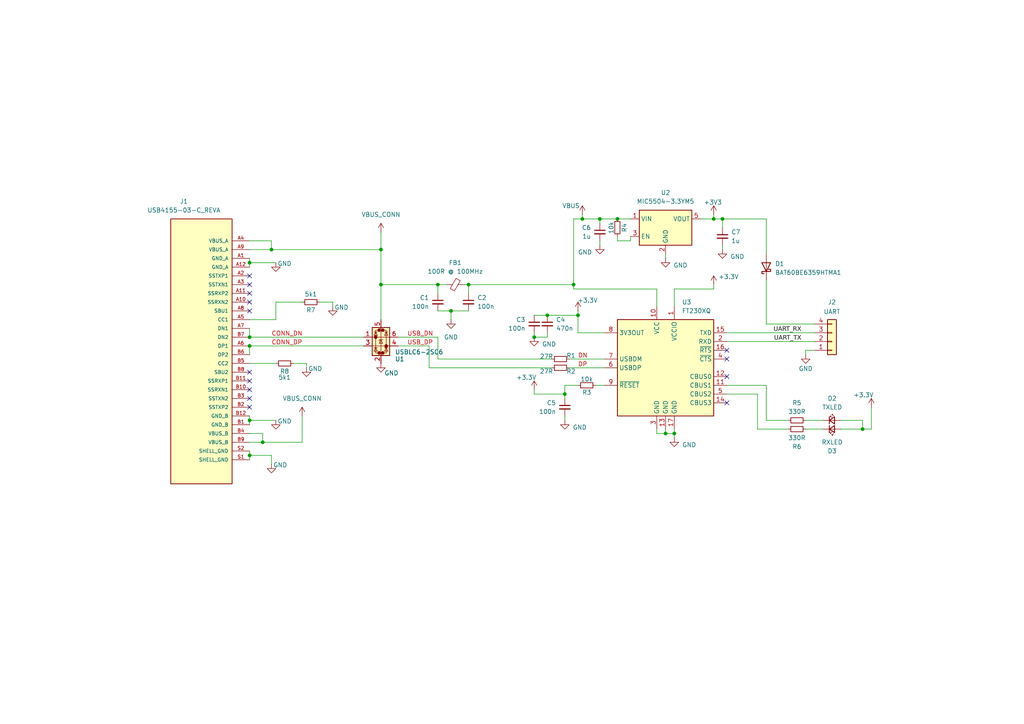
<source format=kicad_sch>
(kicad_sch
	(version 20231120)
	(generator "eeschema")
	(generator_version "8.0")
	(uuid "70dc05ef-f52c-4fa9-9d08-5f6551f9e4e5")
	(paper "A4")
	(lib_symbols
		(symbol "Connector_Generic:Conn_01x04"
			(pin_names
				(offset 1.016) hide)
			(exclude_from_sim no)
			(in_bom yes)
			(on_board yes)
			(property "Reference" "J"
				(at 0 5.08 0)
				(effects
					(font
						(size 1.27 1.27)
					)
				)
			)
			(property "Value" "Conn_01x04"
				(at 0 -7.62 0)
				(effects
					(font
						(size 1.27 1.27)
					)
				)
			)
			(property "Footprint" ""
				(at 0 0 0)
				(effects
					(font
						(size 1.27 1.27)
					)
					(hide yes)
				)
			)
			(property "Datasheet" "~"
				(at 0 0 0)
				(effects
					(font
						(size 1.27 1.27)
					)
					(hide yes)
				)
			)
			(property "Description" "Generic connector, single row, 01x04, script generated (kicad-library-utils/schlib/autogen/connector/)"
				(at 0 0 0)
				(effects
					(font
						(size 1.27 1.27)
					)
					(hide yes)
				)
			)
			(property "ki_keywords" "connector"
				(at 0 0 0)
				(effects
					(font
						(size 1.27 1.27)
					)
					(hide yes)
				)
			)
			(property "ki_fp_filters" "Connector*:*_1x??_*"
				(at 0 0 0)
				(effects
					(font
						(size 1.27 1.27)
					)
					(hide yes)
				)
			)
			(symbol "Conn_01x04_1_1"
				(rectangle
					(start -1.27 -4.953)
					(end 0 -5.207)
					(stroke
						(width 0.1524)
						(type default)
					)
					(fill
						(type none)
					)
				)
				(rectangle
					(start -1.27 -2.413)
					(end 0 -2.667)
					(stroke
						(width 0.1524)
						(type default)
					)
					(fill
						(type none)
					)
				)
				(rectangle
					(start -1.27 0.127)
					(end 0 -0.127)
					(stroke
						(width 0.1524)
						(type default)
					)
					(fill
						(type none)
					)
				)
				(rectangle
					(start -1.27 2.667)
					(end 0 2.413)
					(stroke
						(width 0.1524)
						(type default)
					)
					(fill
						(type none)
					)
				)
				(rectangle
					(start -1.27 3.81)
					(end 1.27 -6.35)
					(stroke
						(width 0.254)
						(type default)
					)
					(fill
						(type background)
					)
				)
				(pin passive line
					(at -5.08 2.54 0)
					(length 3.81)
					(name "Pin_1"
						(effects
							(font
								(size 1.27 1.27)
							)
						)
					)
					(number "1"
						(effects
							(font
								(size 1.27 1.27)
							)
						)
					)
				)
				(pin passive line
					(at -5.08 0 0)
					(length 3.81)
					(name "Pin_2"
						(effects
							(font
								(size 1.27 1.27)
							)
						)
					)
					(number "2"
						(effects
							(font
								(size 1.27 1.27)
							)
						)
					)
				)
				(pin passive line
					(at -5.08 -2.54 0)
					(length 3.81)
					(name "Pin_3"
						(effects
							(font
								(size 1.27 1.27)
							)
						)
					)
					(number "3"
						(effects
							(font
								(size 1.27 1.27)
							)
						)
					)
				)
				(pin passive line
					(at -5.08 -5.08 0)
					(length 3.81)
					(name "Pin_4"
						(effects
							(font
								(size 1.27 1.27)
							)
						)
					)
					(number "4"
						(effects
							(font
								(size 1.27 1.27)
							)
						)
					)
				)
			)
		)
		(symbol "Device:C_Small"
			(pin_numbers hide)
			(pin_names
				(offset 0.254) hide)
			(exclude_from_sim no)
			(in_bom yes)
			(on_board yes)
			(property "Reference" "C"
				(at 0.254 1.778 0)
				(effects
					(font
						(size 1.27 1.27)
					)
					(justify left)
				)
			)
			(property "Value" "C_Small"
				(at 0.254 -2.032 0)
				(effects
					(font
						(size 1.27 1.27)
					)
					(justify left)
				)
			)
			(property "Footprint" ""
				(at 0 0 0)
				(effects
					(font
						(size 1.27 1.27)
					)
					(hide yes)
				)
			)
			(property "Datasheet" "~"
				(at 0 0 0)
				(effects
					(font
						(size 1.27 1.27)
					)
					(hide yes)
				)
			)
			(property "Description" "Unpolarized capacitor, small symbol"
				(at 0 0 0)
				(effects
					(font
						(size 1.27 1.27)
					)
					(hide yes)
				)
			)
			(property "ki_keywords" "capacitor cap"
				(at 0 0 0)
				(effects
					(font
						(size 1.27 1.27)
					)
					(hide yes)
				)
			)
			(property "ki_fp_filters" "C_*"
				(at 0 0 0)
				(effects
					(font
						(size 1.27 1.27)
					)
					(hide yes)
				)
			)
			(symbol "C_Small_0_1"
				(polyline
					(pts
						(xy -1.524 -0.508) (xy 1.524 -0.508)
					)
					(stroke
						(width 0.3302)
						(type default)
					)
					(fill
						(type none)
					)
				)
				(polyline
					(pts
						(xy -1.524 0.508) (xy 1.524 0.508)
					)
					(stroke
						(width 0.3048)
						(type default)
					)
					(fill
						(type none)
					)
				)
			)
			(symbol "C_Small_1_1"
				(pin passive line
					(at 0 2.54 270)
					(length 2.032)
					(name "~"
						(effects
							(font
								(size 1.27 1.27)
							)
						)
					)
					(number "1"
						(effects
							(font
								(size 1.27 1.27)
							)
						)
					)
				)
				(pin passive line
					(at 0 -2.54 90)
					(length 2.032)
					(name "~"
						(effects
							(font
								(size 1.27 1.27)
							)
						)
					)
					(number "2"
						(effects
							(font
								(size 1.27 1.27)
							)
						)
					)
				)
			)
		)
		(symbol "Device:D_Schottky"
			(pin_numbers hide)
			(pin_names
				(offset 1.016) hide)
			(exclude_from_sim no)
			(in_bom yes)
			(on_board yes)
			(property "Reference" "D"
				(at 0 2.54 0)
				(effects
					(font
						(size 1.27 1.27)
					)
				)
			)
			(property "Value" "D_Schottky"
				(at 0 -2.54 0)
				(effects
					(font
						(size 1.27 1.27)
					)
				)
			)
			(property "Footprint" ""
				(at 0 0 0)
				(effects
					(font
						(size 1.27 1.27)
					)
					(hide yes)
				)
			)
			(property "Datasheet" "~"
				(at 0 0 0)
				(effects
					(font
						(size 1.27 1.27)
					)
					(hide yes)
				)
			)
			(property "Description" "Schottky diode"
				(at 0 0 0)
				(effects
					(font
						(size 1.27 1.27)
					)
					(hide yes)
				)
			)
			(property "ki_keywords" "diode Schottky"
				(at 0 0 0)
				(effects
					(font
						(size 1.27 1.27)
					)
					(hide yes)
				)
			)
			(property "ki_fp_filters" "TO-???* *_Diode_* *SingleDiode* D_*"
				(at 0 0 0)
				(effects
					(font
						(size 1.27 1.27)
					)
					(hide yes)
				)
			)
			(symbol "D_Schottky_0_1"
				(polyline
					(pts
						(xy 1.27 0) (xy -1.27 0)
					)
					(stroke
						(width 0)
						(type default)
					)
					(fill
						(type none)
					)
				)
				(polyline
					(pts
						(xy 1.27 1.27) (xy 1.27 -1.27) (xy -1.27 0) (xy 1.27 1.27)
					)
					(stroke
						(width 0.254)
						(type default)
					)
					(fill
						(type none)
					)
				)
				(polyline
					(pts
						(xy -1.905 0.635) (xy -1.905 1.27) (xy -1.27 1.27) (xy -1.27 -1.27) (xy -0.635 -1.27) (xy -0.635 -0.635)
					)
					(stroke
						(width 0.254)
						(type default)
					)
					(fill
						(type none)
					)
				)
			)
			(symbol "D_Schottky_1_1"
				(pin passive line
					(at -3.81 0 0)
					(length 2.54)
					(name "K"
						(effects
							(font
								(size 1.27 1.27)
							)
						)
					)
					(number "1"
						(effects
							(font
								(size 1.27 1.27)
							)
						)
					)
				)
				(pin passive line
					(at 3.81 0 180)
					(length 2.54)
					(name "A"
						(effects
							(font
								(size 1.27 1.27)
							)
						)
					)
					(number "2"
						(effects
							(font
								(size 1.27 1.27)
							)
						)
					)
				)
			)
		)
		(symbol "Device:FerriteBead_Small"
			(pin_numbers hide)
			(pin_names
				(offset 0)
			)
			(exclude_from_sim no)
			(in_bom yes)
			(on_board yes)
			(property "Reference" "FB"
				(at 1.905 1.27 0)
				(effects
					(font
						(size 1.27 1.27)
					)
					(justify left)
				)
			)
			(property "Value" "FerriteBead_Small"
				(at 1.905 -1.27 0)
				(effects
					(font
						(size 1.27 1.27)
					)
					(justify left)
				)
			)
			(property "Footprint" ""
				(at -1.778 0 90)
				(effects
					(font
						(size 1.27 1.27)
					)
					(hide yes)
				)
			)
			(property "Datasheet" "~"
				(at 0 0 0)
				(effects
					(font
						(size 1.27 1.27)
					)
					(hide yes)
				)
			)
			(property "Description" "Ferrite bead, small symbol"
				(at 0 0 0)
				(effects
					(font
						(size 1.27 1.27)
					)
					(hide yes)
				)
			)
			(property "ki_keywords" "L ferrite bead inductor filter"
				(at 0 0 0)
				(effects
					(font
						(size 1.27 1.27)
					)
					(hide yes)
				)
			)
			(property "ki_fp_filters" "Inductor_* L_* *Ferrite*"
				(at 0 0 0)
				(effects
					(font
						(size 1.27 1.27)
					)
					(hide yes)
				)
			)
			(symbol "FerriteBead_Small_0_1"
				(polyline
					(pts
						(xy 0 -1.27) (xy 0 -0.7874)
					)
					(stroke
						(width 0)
						(type default)
					)
					(fill
						(type none)
					)
				)
				(polyline
					(pts
						(xy 0 0.889) (xy 0 1.2954)
					)
					(stroke
						(width 0)
						(type default)
					)
					(fill
						(type none)
					)
				)
				(polyline
					(pts
						(xy -1.8288 0.2794) (xy -1.1176 1.4986) (xy 1.8288 -0.2032) (xy 1.1176 -1.4224) (xy -1.8288 0.2794)
					)
					(stroke
						(width 0)
						(type default)
					)
					(fill
						(type none)
					)
				)
			)
			(symbol "FerriteBead_Small_1_1"
				(pin passive line
					(at 0 2.54 270)
					(length 1.27)
					(name "~"
						(effects
							(font
								(size 1.27 1.27)
							)
						)
					)
					(number "1"
						(effects
							(font
								(size 1.27 1.27)
							)
						)
					)
				)
				(pin passive line
					(at 0 -2.54 90)
					(length 1.27)
					(name "~"
						(effects
							(font
								(size 1.27 1.27)
							)
						)
					)
					(number "2"
						(effects
							(font
								(size 1.27 1.27)
							)
						)
					)
				)
			)
		)
		(symbol "Device:LED_Small"
			(pin_numbers hide)
			(pin_names
				(offset 0.254) hide)
			(exclude_from_sim no)
			(in_bom yes)
			(on_board yes)
			(property "Reference" "D"
				(at -1.27 3.175 0)
				(effects
					(font
						(size 1.27 1.27)
					)
					(justify left)
				)
			)
			(property "Value" "LED_Small"
				(at -4.445 -2.54 0)
				(effects
					(font
						(size 1.27 1.27)
					)
					(justify left)
				)
			)
			(property "Footprint" ""
				(at 0 0 90)
				(effects
					(font
						(size 1.27 1.27)
					)
					(hide yes)
				)
			)
			(property "Datasheet" "~"
				(at 0 0 90)
				(effects
					(font
						(size 1.27 1.27)
					)
					(hide yes)
				)
			)
			(property "Description" "Light emitting diode, small symbol"
				(at 0 0 0)
				(effects
					(font
						(size 1.27 1.27)
					)
					(hide yes)
				)
			)
			(property "ki_keywords" "LED diode light-emitting-diode"
				(at 0 0 0)
				(effects
					(font
						(size 1.27 1.27)
					)
					(hide yes)
				)
			)
			(property "ki_fp_filters" "LED* LED_SMD:* LED_THT:*"
				(at 0 0 0)
				(effects
					(font
						(size 1.27 1.27)
					)
					(hide yes)
				)
			)
			(symbol "LED_Small_0_1"
				(polyline
					(pts
						(xy -0.762 -1.016) (xy -0.762 1.016)
					)
					(stroke
						(width 0.254)
						(type default)
					)
					(fill
						(type none)
					)
				)
				(polyline
					(pts
						(xy 1.016 0) (xy -0.762 0)
					)
					(stroke
						(width 0)
						(type default)
					)
					(fill
						(type none)
					)
				)
				(polyline
					(pts
						(xy 0.762 -1.016) (xy -0.762 0) (xy 0.762 1.016) (xy 0.762 -1.016)
					)
					(stroke
						(width 0.254)
						(type default)
					)
					(fill
						(type none)
					)
				)
				(polyline
					(pts
						(xy 0 0.762) (xy -0.508 1.27) (xy -0.254 1.27) (xy -0.508 1.27) (xy -0.508 1.016)
					)
					(stroke
						(width 0)
						(type default)
					)
					(fill
						(type none)
					)
				)
				(polyline
					(pts
						(xy 0.508 1.27) (xy 0 1.778) (xy 0.254 1.778) (xy 0 1.778) (xy 0 1.524)
					)
					(stroke
						(width 0)
						(type default)
					)
					(fill
						(type none)
					)
				)
			)
			(symbol "LED_Small_1_1"
				(pin passive line
					(at -2.54 0 0)
					(length 1.778)
					(name "K"
						(effects
							(font
								(size 1.27 1.27)
							)
						)
					)
					(number "1"
						(effects
							(font
								(size 1.27 1.27)
							)
						)
					)
				)
				(pin passive line
					(at 2.54 0 180)
					(length 1.778)
					(name "A"
						(effects
							(font
								(size 1.27 1.27)
							)
						)
					)
					(number "2"
						(effects
							(font
								(size 1.27 1.27)
							)
						)
					)
				)
			)
		)
		(symbol "Device:R_Small"
			(pin_numbers hide)
			(pin_names
				(offset 0.254) hide)
			(exclude_from_sim no)
			(in_bom yes)
			(on_board yes)
			(property "Reference" "R"
				(at 0.762 0.508 0)
				(effects
					(font
						(size 1.27 1.27)
					)
					(justify left)
				)
			)
			(property "Value" "R_Small"
				(at 0.762 -1.016 0)
				(effects
					(font
						(size 1.27 1.27)
					)
					(justify left)
				)
			)
			(property "Footprint" ""
				(at 0 0 0)
				(effects
					(font
						(size 1.27 1.27)
					)
					(hide yes)
				)
			)
			(property "Datasheet" "~"
				(at 0 0 0)
				(effects
					(font
						(size 1.27 1.27)
					)
					(hide yes)
				)
			)
			(property "Description" "Resistor, small symbol"
				(at 0 0 0)
				(effects
					(font
						(size 1.27 1.27)
					)
					(hide yes)
				)
			)
			(property "ki_keywords" "R resistor"
				(at 0 0 0)
				(effects
					(font
						(size 1.27 1.27)
					)
					(hide yes)
				)
			)
			(property "ki_fp_filters" "R_*"
				(at 0 0 0)
				(effects
					(font
						(size 1.27 1.27)
					)
					(hide yes)
				)
			)
			(symbol "R_Small_0_1"
				(rectangle
					(start -0.762 1.778)
					(end 0.762 -1.778)
					(stroke
						(width 0.2032)
						(type default)
					)
					(fill
						(type none)
					)
				)
			)
			(symbol "R_Small_1_1"
				(pin passive line
					(at 0 2.54 270)
					(length 0.762)
					(name "~"
						(effects
							(font
								(size 1.27 1.27)
							)
						)
					)
					(number "1"
						(effects
							(font
								(size 1.27 1.27)
							)
						)
					)
				)
				(pin passive line
					(at 0 -2.54 90)
					(length 0.762)
					(name "~"
						(effects
							(font
								(size 1.27 1.27)
							)
						)
					)
					(number "2"
						(effects
							(font
								(size 1.27 1.27)
							)
						)
					)
				)
			)
		)
		(symbol "Interface_USB:FT230XQ"
			(exclude_from_sim no)
			(in_bom yes)
			(on_board yes)
			(property "Reference" "U"
				(at -13.97 15.24 0)
				(effects
					(font
						(size 1.27 1.27)
					)
					(justify left)
				)
			)
			(property "Value" "FT230XQ"
				(at 7.62 15.24 0)
				(effects
					(font
						(size 1.27 1.27)
					)
					(justify left)
				)
			)
			(property "Footprint" "Package_DFN_QFN:QFN-16-1EP_4x4mm_P0.65mm_EP2.1x2.1mm"
				(at 34.29 -15.24 0)
				(effects
					(font
						(size 1.27 1.27)
					)
					(hide yes)
				)
			)
			(property "Datasheet" "https://www.ftdichip.com/Support/Documents/DataSheets/ICs/DS_FT230X.pdf"
				(at 0 0 0)
				(effects
					(font
						(size 1.27 1.27)
					)
					(hide yes)
				)
			)
			(property "Description" "Full Speed USB to Basic UART, QFN-16"
				(at 0 0 0)
				(effects
					(font
						(size 1.27 1.27)
					)
					(hide yes)
				)
			)
			(property "ki_keywords" "FTDI USB UART interface converter"
				(at 0 0 0)
				(effects
					(font
						(size 1.27 1.27)
					)
					(hide yes)
				)
			)
			(property "ki_fp_filters" "QFN*1EP*4x4mm*P0.65mm*"
				(at 0 0 0)
				(effects
					(font
						(size 1.27 1.27)
					)
					(hide yes)
				)
			)
			(symbol "FT230XQ_0_1"
				(rectangle
					(start -13.97 13.97)
					(end 13.97 -13.97)
					(stroke
						(width 0.254)
						(type default)
					)
					(fill
						(type background)
					)
				)
			)
			(symbol "FT230XQ_1_1"
				(pin power_in line
					(at 2.54 17.78 270)
					(length 3.81)
					(name "VCCIO"
						(effects
							(font
								(size 1.27 1.27)
							)
						)
					)
					(number "1"
						(effects
							(font
								(size 1.27 1.27)
							)
						)
					)
				)
				(pin power_in line
					(at -2.54 17.78 270)
					(length 3.81)
					(name "VCC"
						(effects
							(font
								(size 1.27 1.27)
							)
						)
					)
					(number "10"
						(effects
							(font
								(size 1.27 1.27)
							)
						)
					)
				)
				(pin bidirectional line
					(at 17.78 -5.08 180)
					(length 3.81)
					(name "CBUS1"
						(effects
							(font
								(size 1.27 1.27)
							)
						)
					)
					(number "11"
						(effects
							(font
								(size 1.27 1.27)
							)
						)
					)
				)
				(pin bidirectional line
					(at 17.78 -2.54 180)
					(length 3.81)
					(name "CBUS0"
						(effects
							(font
								(size 1.27 1.27)
							)
						)
					)
					(number "12"
						(effects
							(font
								(size 1.27 1.27)
							)
						)
					)
				)
				(pin power_in line
					(at 0 -17.78 90)
					(length 3.81)
					(name "GND"
						(effects
							(font
								(size 1.27 1.27)
							)
						)
					)
					(number "13"
						(effects
							(font
								(size 1.27 1.27)
							)
						)
					)
				)
				(pin bidirectional line
					(at 17.78 -10.16 180)
					(length 3.81)
					(name "CBUS3"
						(effects
							(font
								(size 1.27 1.27)
							)
						)
					)
					(number "14"
						(effects
							(font
								(size 1.27 1.27)
							)
						)
					)
				)
				(pin output line
					(at 17.78 10.16 180)
					(length 3.81)
					(name "TXD"
						(effects
							(font
								(size 1.27 1.27)
							)
						)
					)
					(number "15"
						(effects
							(font
								(size 1.27 1.27)
							)
						)
					)
				)
				(pin output line
					(at 17.78 5.08 180)
					(length 3.81)
					(name "~{RTS}"
						(effects
							(font
								(size 1.27 1.27)
							)
						)
					)
					(number "16"
						(effects
							(font
								(size 1.27 1.27)
							)
						)
					)
				)
				(pin power_in line
					(at 2.54 -17.78 90)
					(length 3.81)
					(name "GND"
						(effects
							(font
								(size 1.27 1.27)
							)
						)
					)
					(number "17"
						(effects
							(font
								(size 1.27 1.27)
							)
						)
					)
				)
				(pin input line
					(at 17.78 7.62 180)
					(length 3.81)
					(name "RXD"
						(effects
							(font
								(size 1.27 1.27)
							)
						)
					)
					(number "2"
						(effects
							(font
								(size 1.27 1.27)
							)
						)
					)
				)
				(pin power_in line
					(at -2.54 -17.78 90)
					(length 3.81)
					(name "GND"
						(effects
							(font
								(size 1.27 1.27)
							)
						)
					)
					(number "3"
						(effects
							(font
								(size 1.27 1.27)
							)
						)
					)
				)
				(pin input line
					(at 17.78 2.54 180)
					(length 3.81)
					(name "~{CTS}"
						(effects
							(font
								(size 1.27 1.27)
							)
						)
					)
					(number "4"
						(effects
							(font
								(size 1.27 1.27)
							)
						)
					)
				)
				(pin bidirectional line
					(at 17.78 -7.62 180)
					(length 3.81)
					(name "CBUS2"
						(effects
							(font
								(size 1.27 1.27)
							)
						)
					)
					(number "5"
						(effects
							(font
								(size 1.27 1.27)
							)
						)
					)
				)
				(pin bidirectional line
					(at -17.78 0 0)
					(length 3.81)
					(name "USBDP"
						(effects
							(font
								(size 1.27 1.27)
							)
						)
					)
					(number "6"
						(effects
							(font
								(size 1.27 1.27)
							)
						)
					)
				)
				(pin bidirectional line
					(at -17.78 2.54 0)
					(length 3.81)
					(name "USBDM"
						(effects
							(font
								(size 1.27 1.27)
							)
						)
					)
					(number "7"
						(effects
							(font
								(size 1.27 1.27)
							)
						)
					)
				)
				(pin power_out line
					(at -17.78 10.16 0)
					(length 3.81)
					(name "3V3OUT"
						(effects
							(font
								(size 1.27 1.27)
							)
						)
					)
					(number "8"
						(effects
							(font
								(size 1.27 1.27)
							)
						)
					)
				)
				(pin input line
					(at -17.78 -5.08 0)
					(length 3.81)
					(name "~{RESET}"
						(effects
							(font
								(size 1.27 1.27)
							)
						)
					)
					(number "9"
						(effects
							(font
								(size 1.27 1.27)
							)
						)
					)
				)
			)
		)
		(symbol "Power_Protection:USBLC6-2SC6"
			(pin_names hide)
			(exclude_from_sim no)
			(in_bom yes)
			(on_board yes)
			(property "Reference" "U"
				(at 0.635 5.715 0)
				(effects
					(font
						(size 1.27 1.27)
					)
					(justify left)
				)
			)
			(property "Value" "USBLC6-2SC6"
				(at 0.635 3.81 0)
				(effects
					(font
						(size 1.27 1.27)
					)
					(justify left)
				)
			)
			(property "Footprint" "Package_TO_SOT_SMD:SOT-23-6"
				(at 1.27 -6.35 0)
				(effects
					(font
						(size 1.27 1.27)
						(italic yes)
					)
					(justify left)
					(hide yes)
				)
			)
			(property "Datasheet" "https://www.st.com/resource/en/datasheet/usblc6-2.pdf"
				(at 1.27 -8.255 0)
				(effects
					(font
						(size 1.27 1.27)
					)
					(justify left)
					(hide yes)
				)
			)
			(property "Description" "Very low capacitance ESD protection diode, 2 data-line, SOT-23-6"
				(at 0 0 0)
				(effects
					(font
						(size 1.27 1.27)
					)
					(hide yes)
				)
			)
			(property "ki_keywords" "usb ethernet video"
				(at 0 0 0)
				(effects
					(font
						(size 1.27 1.27)
					)
					(hide yes)
				)
			)
			(property "ki_fp_filters" "SOT?23*"
				(at 0 0 0)
				(effects
					(font
						(size 1.27 1.27)
					)
					(hide yes)
				)
			)
			(symbol "USBLC6-2SC6_0_0"
				(circle
					(center -1.524 0)
					(radius 0.0001)
					(stroke
						(width 0.508)
						(type default)
					)
					(fill
						(type none)
					)
				)
				(circle
					(center -0.508 -4.572)
					(radius 0.0001)
					(stroke
						(width 0.508)
						(type default)
					)
					(fill
						(type none)
					)
				)
				(circle
					(center -0.508 2.032)
					(radius 0.0001)
					(stroke
						(width 0.508)
						(type default)
					)
					(fill
						(type none)
					)
				)
				(circle
					(center 0.508 -4.572)
					(radius 0.0001)
					(stroke
						(width 0.508)
						(type default)
					)
					(fill
						(type none)
					)
				)
				(circle
					(center 0.508 2.032)
					(radius 0.0001)
					(stroke
						(width 0.508)
						(type default)
					)
					(fill
						(type none)
					)
				)
				(circle
					(center 1.524 -2.54)
					(radius 0.0001)
					(stroke
						(width 0.508)
						(type default)
					)
					(fill
						(type none)
					)
				)
			)
			(symbol "USBLC6-2SC6_0_1"
				(polyline
					(pts
						(xy -2.54 -2.54) (xy 2.54 -2.54)
					)
					(stroke
						(width 0)
						(type default)
					)
					(fill
						(type none)
					)
				)
				(polyline
					(pts
						(xy -2.54 0) (xy 2.54 0)
					)
					(stroke
						(width 0)
						(type default)
					)
					(fill
						(type none)
					)
				)
				(polyline
					(pts
						(xy -2.032 -3.048) (xy -1.016 -3.048)
					)
					(stroke
						(width 0)
						(type default)
					)
					(fill
						(type none)
					)
				)
				(polyline
					(pts
						(xy -1.016 1.524) (xy -2.032 1.524)
					)
					(stroke
						(width 0)
						(type default)
					)
					(fill
						(type none)
					)
				)
				(polyline
					(pts
						(xy 1.016 -3.048) (xy 2.032 -3.048)
					)
					(stroke
						(width 0)
						(type default)
					)
					(fill
						(type none)
					)
				)
				(polyline
					(pts
						(xy 1.016 1.524) (xy 2.032 1.524)
					)
					(stroke
						(width 0)
						(type default)
					)
					(fill
						(type none)
					)
				)
				(polyline
					(pts
						(xy -0.508 -1.143) (xy -0.508 -0.762) (xy 0.508 -0.762)
					)
					(stroke
						(width 0)
						(type default)
					)
					(fill
						(type none)
					)
				)
				(polyline
					(pts
						(xy -2.032 0.508) (xy -1.016 0.508) (xy -1.524 1.524) (xy -2.032 0.508)
					)
					(stroke
						(width 0)
						(type default)
					)
					(fill
						(type none)
					)
				)
				(polyline
					(pts
						(xy -1.016 -4.064) (xy -2.032 -4.064) (xy -1.524 -3.048) (xy -1.016 -4.064)
					)
					(stroke
						(width 0)
						(type default)
					)
					(fill
						(type none)
					)
				)
				(polyline
					(pts
						(xy 0.508 -1.778) (xy -0.508 -1.778) (xy 0 -0.762) (xy 0.508 -1.778)
					)
					(stroke
						(width 0)
						(type default)
					)
					(fill
						(type none)
					)
				)
				(polyline
					(pts
						(xy 2.032 -4.064) (xy 1.016 -4.064) (xy 1.524 -3.048) (xy 2.032 -4.064)
					)
					(stroke
						(width 0)
						(type default)
					)
					(fill
						(type none)
					)
				)
				(polyline
					(pts
						(xy 2.032 0.508) (xy 1.016 0.508) (xy 1.524 1.524) (xy 2.032 0.508)
					)
					(stroke
						(width 0)
						(type default)
					)
					(fill
						(type none)
					)
				)
				(polyline
					(pts
						(xy 0 2.54) (xy -0.508 2.032) (xy 0.508 2.032) (xy 0 1.524) (xy 0 -4.064) (xy -0.508 -4.572) (xy 0.508 -4.572)
						(xy 0 -5.08)
					)
					(stroke
						(width 0)
						(type default)
					)
					(fill
						(type none)
					)
				)
			)
			(symbol "USBLC6-2SC6_1_1"
				(rectangle
					(start -2.54 2.794)
					(end 2.54 -5.334)
					(stroke
						(width 0.254)
						(type default)
					)
					(fill
						(type background)
					)
				)
				(polyline
					(pts
						(xy -0.508 2.032) (xy -1.524 2.032) (xy -1.524 -4.572) (xy -0.508 -4.572)
					)
					(stroke
						(width 0)
						(type default)
					)
					(fill
						(type none)
					)
				)
				(polyline
					(pts
						(xy 0.508 -4.572) (xy 1.524 -4.572) (xy 1.524 2.032) (xy 0.508 2.032)
					)
					(stroke
						(width 0)
						(type default)
					)
					(fill
						(type none)
					)
				)
				(pin passive line
					(at -5.08 0 0)
					(length 2.54)
					(name "I/O1"
						(effects
							(font
								(size 1.27 1.27)
							)
						)
					)
					(number "1"
						(effects
							(font
								(size 1.27 1.27)
							)
						)
					)
				)
				(pin passive line
					(at 0 -7.62 90)
					(length 2.54)
					(name "GND"
						(effects
							(font
								(size 1.27 1.27)
							)
						)
					)
					(number "2"
						(effects
							(font
								(size 1.27 1.27)
							)
						)
					)
				)
				(pin passive line
					(at -5.08 -2.54 0)
					(length 2.54)
					(name "I/O2"
						(effects
							(font
								(size 1.27 1.27)
							)
						)
					)
					(number "3"
						(effects
							(font
								(size 1.27 1.27)
							)
						)
					)
				)
				(pin passive line
					(at 5.08 -2.54 180)
					(length 2.54)
					(name "I/O2"
						(effects
							(font
								(size 1.27 1.27)
							)
						)
					)
					(number "4"
						(effects
							(font
								(size 1.27 1.27)
							)
						)
					)
				)
				(pin passive line
					(at 0 5.08 270)
					(length 2.54)
					(name "VBUS"
						(effects
							(font
								(size 1.27 1.27)
							)
						)
					)
					(number "5"
						(effects
							(font
								(size 1.27 1.27)
							)
						)
					)
				)
				(pin passive line
					(at 5.08 0 180)
					(length 2.54)
					(name "I/O1"
						(effects
							(font
								(size 1.27 1.27)
							)
						)
					)
					(number "6"
						(effects
							(font
								(size 1.27 1.27)
							)
						)
					)
				)
			)
		)
		(symbol "Regulator_Linear:MIC5504-3.3YM5"
			(exclude_from_sim no)
			(in_bom yes)
			(on_board yes)
			(property "Reference" "U"
				(at -7.62 8.89 0)
				(effects
					(font
						(size 1.27 1.27)
					)
					(justify left)
				)
			)
			(property "Value" "MIC5504-3.3YM5"
				(at -7.62 6.35 0)
				(effects
					(font
						(size 1.27 1.27)
					)
					(justify left)
				)
			)
			(property "Footprint" "Package_TO_SOT_SMD:SOT-23-5"
				(at 0 -10.16 0)
				(effects
					(font
						(size 1.27 1.27)
					)
					(hide yes)
				)
			)
			(property "Datasheet" "http://ww1.microchip.com/downloads/en/DeviceDoc/MIC550X.pdf"
				(at -6.35 6.35 0)
				(effects
					(font
						(size 1.27 1.27)
					)
					(hide yes)
				)
			)
			(property "Description" "300mA Low-dropout Voltage Regulator, Vout 3.3V, Vin up to 5.5V, SOT-23"
				(at 0 0 0)
				(effects
					(font
						(size 1.27 1.27)
					)
					(hide yes)
				)
			)
			(property "ki_keywords" "Micrel LDO voltage regulator"
				(at 0 0 0)
				(effects
					(font
						(size 1.27 1.27)
					)
					(hide yes)
				)
			)
			(property "ki_fp_filters" "SOT?23?5*"
				(at 0 0 0)
				(effects
					(font
						(size 1.27 1.27)
					)
					(hide yes)
				)
			)
			(symbol "MIC5504-3.3YM5_0_1"
				(rectangle
					(start -7.62 -5.08)
					(end 7.62 5.08)
					(stroke
						(width 0.254)
						(type default)
					)
					(fill
						(type background)
					)
				)
			)
			(symbol "MIC5504-3.3YM5_1_1"
				(pin power_in line
					(at -10.16 2.54 0)
					(length 2.54)
					(name "VIN"
						(effects
							(font
								(size 1.27 1.27)
							)
						)
					)
					(number "1"
						(effects
							(font
								(size 1.27 1.27)
							)
						)
					)
				)
				(pin power_in line
					(at 0 -7.62 90)
					(length 2.54)
					(name "GND"
						(effects
							(font
								(size 1.27 1.27)
							)
						)
					)
					(number "2"
						(effects
							(font
								(size 1.27 1.27)
							)
						)
					)
				)
				(pin input line
					(at -10.16 -2.54 0)
					(length 2.54)
					(name "EN"
						(effects
							(font
								(size 1.27 1.27)
							)
						)
					)
					(number "3"
						(effects
							(font
								(size 1.27 1.27)
							)
						)
					)
				)
				(pin no_connect line
					(at 7.62 -2.54 180)
					(length 2.54) hide
					(name "NC"
						(effects
							(font
								(size 1.27 1.27)
							)
						)
					)
					(number "4"
						(effects
							(font
								(size 1.27 1.27)
							)
						)
					)
				)
				(pin power_out line
					(at 10.16 2.54 180)
					(length 2.54)
					(name "VOUT"
						(effects
							(font
								(size 1.27 1.27)
							)
						)
					)
					(number "5"
						(effects
							(font
								(size 1.27 1.27)
							)
						)
					)
				)
			)
		)
		(symbol "USB4155-03-C_REVA:USB4155-03-C_REVA"
			(pin_names
				(offset 1.016)
			)
			(exclude_from_sim no)
			(in_bom yes)
			(on_board yes)
			(property "Reference" "J"
				(at -3.556 -63.5 0)
				(effects
					(font
						(size 1.27 1.27)
					)
					(justify left bottom)
				)
			)
			(property "Value" "USB4155-03-C_REVA"
				(at -6.35 17.018 0)
				(effects
					(font
						(size 1.27 1.27)
					)
					(justify left top)
				)
			)
			(property "Footprint" "USB4155-03-C_REVA:GCT_USB4155-03-C_REVA"
				(at -0.508 21.844 0)
				(effects
					(font
						(size 1.27 1.27)
					)
					(justify bottom)
					(hide yes)
				)
			)
			(property "Datasheet" ""
				(at 0 0 0)
				(effects
					(font
						(size 1.27 1.27)
					)
					(hide yes)
				)
			)
			(property "Description" ""
				(at 0 0 0)
				(effects
					(font
						(size 1.27 1.27)
					)
					(hide yes)
				)
			)
			(property "MF" "Global Connector Technology"
				(at -0.508 21.844 0)
				(effects
					(font
						(size 1.27 1.27)
					)
					(justify bottom)
					(hide yes)
				)
			)
			(property "MAXIMUM_PACKAGE_HEIGHT" "2.9 mm"
				(at -0.508 21.844 0)
				(effects
					(font
						(size 1.27 1.27)
					)
					(justify bottom)
					(hide yes)
				)
			)
			(property "Package" "None"
				(at -0.508 21.844 0)
				(effects
					(font
						(size 1.27 1.27)
					)
					(justify bottom)
					(hide yes)
				)
			)
			(property "Price" "None"
				(at -0.508 21.844 0)
				(effects
					(font
						(size 1.27 1.27)
					)
					(justify bottom)
					(hide yes)
				)
			)
			(property "Check_prices" "https://www.snapeda.com/parts/USB4155-03-C/Global+Connector+Technology/view-part/?ref=eda"
				(at -0.762 37.084 0)
				(effects
					(font
						(size 1.27 1.27)
					)
					(justify bottom)
					(hide yes)
				)
			)
			(property "STANDARD" "Manufacturer Recommendations"
				(at -0.508 21.844 0)
				(effects
					(font
						(size 1.27 1.27)
					)
					(justify bottom)
					(hide yes)
				)
			)
			(property "PARTREV" "A"
				(at 0 0 0)
				(effects
					(font
						(size 1.27 1.27)
					)
					(justify bottom)
					(hide yes)
				)
			)
			(property "SnapEDA_Link" "https://www.snapeda.com/parts/USB4155-03-C/Global+Connector+Technology/view-part/?ref=snap"
				(at -0.762 37.084 0)
				(effects
					(font
						(size 1.27 1.27)
					)
					(justify bottom)
					(hide yes)
				)
			)
			(property "MP" "USB4155-03-C"
				(at -0.508 21.844 0)
				(effects
					(font
						(size 1.27 1.27)
					)
					(justify bottom)
					(hide yes)
				)
			)
			(property "Description_1" "\n                        \n                            USB-C (USB TYPE-C) USB 3.2 Gen 2 (USB 3.1 Gen 2, Superspeed + (USB 3.1)) Plug Connector 24 Position Board Edge, Cutout; Surface Mount; Through Hole, Right Angle\n                        \n"
				(at -0.762 37.084 0)
				(effects
					(font
						(size 1.27 1.27)
					)
					(justify bottom)
					(hide yes)
				)
			)
			(property "Availability" "Not in stock"
				(at -0.508 21.844 0)
				(effects
					(font
						(size 1.27 1.27)
					)
					(justify bottom)
					(hide yes)
				)
			)
			(property "MANUFACTURER" "GCT"
				(at -0.508 21.844 0)
				(effects
					(font
						(size 1.27 1.27)
					)
					(justify bottom)
					(hide yes)
				)
			)
			(symbol "USB4155-03-C_REVA_0_0"
				(rectangle
					(start -3.81 15.24)
					(end 13.97 -61.595)
					(stroke
						(width 0.254)
						(type default)
					)
					(fill
						(type background)
					)
				)
				(pin power_in line
					(at 19.05 3.81 180)
					(length 5.08)
					(name "GND_A"
						(effects
							(font
								(size 1.016 1.016)
							)
						)
					)
					(number "A1"
						(effects
							(font
								(size 1.016 1.016)
							)
						)
					)
				)
				(pin bidirectional line
					(at 19.05 -8.89 180)
					(length 5.08)
					(name "SSRXN2"
						(effects
							(font
								(size 1.016 1.016)
							)
						)
					)
					(number "A10"
						(effects
							(font
								(size 1.016 1.016)
							)
						)
					)
				)
				(pin bidirectional line
					(at 19.05 -6.35 180)
					(length 5.08)
					(name "SSRXP2"
						(effects
							(font
								(size 1.016 1.016)
							)
						)
					)
					(number "A11"
						(effects
							(font
								(size 1.016 1.016)
							)
						)
					)
				)
				(pin power_in line
					(at 19.05 1.27 180)
					(length 5.08)
					(name "GND_A"
						(effects
							(font
								(size 1.016 1.016)
							)
						)
					)
					(number "A12"
						(effects
							(font
								(size 1.016 1.016)
							)
						)
					)
				)
				(pin bidirectional line
					(at 19.05 -1.27 180)
					(length 5.08)
					(name "SSTXP1"
						(effects
							(font
								(size 1.016 1.016)
							)
						)
					)
					(number "A2"
						(effects
							(font
								(size 1.016 1.016)
							)
						)
					)
				)
				(pin bidirectional line
					(at 19.05 -3.81 180)
					(length 5.08)
					(name "SSTXN1"
						(effects
							(font
								(size 1.016 1.016)
							)
						)
					)
					(number "A3"
						(effects
							(font
								(size 1.016 1.016)
							)
						)
					)
				)
				(pin power_in line
					(at 19.05 8.89 180)
					(length 5.08)
					(name "VBUS_A"
						(effects
							(font
								(size 1.016 1.016)
							)
						)
					)
					(number "A4"
						(effects
							(font
								(size 1.016 1.016)
							)
						)
					)
				)
				(pin bidirectional line
					(at 19.05 -13.97 180)
					(length 5.08)
					(name "CC1"
						(effects
							(font
								(size 1.016 1.016)
							)
						)
					)
					(number "A5"
						(effects
							(font
								(size 1.016 1.016)
							)
						)
					)
				)
				(pin bidirectional line
					(at 19.05 -21.59 180)
					(length 5.08)
					(name "DP1"
						(effects
							(font
								(size 1.016 1.016)
							)
						)
					)
					(number "A6"
						(effects
							(font
								(size 1.016 1.016)
							)
						)
					)
				)
				(pin bidirectional line
					(at 19.05 -16.51 180)
					(length 5.08)
					(name "DN1"
						(effects
							(font
								(size 1.016 1.016)
							)
						)
					)
					(number "A7"
						(effects
							(font
								(size 1.016 1.016)
							)
						)
					)
				)
				(pin bidirectional line
					(at 19.05 -11.43 180)
					(length 5.08)
					(name "SBU1"
						(effects
							(font
								(size 1.016 1.016)
							)
						)
					)
					(number "A8"
						(effects
							(font
								(size 1.016 1.016)
							)
						)
					)
				)
				(pin power_in line
					(at 19.05 6.35 180)
					(length 5.08)
					(name "VBUS_A"
						(effects
							(font
								(size 1.016 1.016)
							)
						)
					)
					(number "A9"
						(effects
							(font
								(size 1.016 1.016)
							)
						)
					)
				)
				(pin power_in line
					(at 19.05 -44.45 180)
					(length 5.08)
					(name "GND_B"
						(effects
							(font
								(size 1.016 1.016)
							)
						)
					)
					(number "B1"
						(effects
							(font
								(size 1.016 1.016)
							)
						)
					)
				)
				(pin bidirectional line
					(at 19.05 -34.29 180)
					(length 5.08)
					(name "SSRXN1"
						(effects
							(font
								(size 1.016 1.016)
							)
						)
					)
					(number "B10"
						(effects
							(font
								(size 1.016 1.016)
							)
						)
					)
				)
				(pin bidirectional line
					(at 19.05 -31.75 180)
					(length 5.08)
					(name "SSRXP1"
						(effects
							(font
								(size 1.016 1.016)
							)
						)
					)
					(number "B11"
						(effects
							(font
								(size 1.016 1.016)
							)
						)
					)
				)
				(pin power_in line
					(at 19.05 -41.91 180)
					(length 5.08)
					(name "GND_B"
						(effects
							(font
								(size 1.016 1.016)
							)
						)
					)
					(number "B12"
						(effects
							(font
								(size 1.016 1.016)
							)
						)
					)
				)
				(pin bidirectional line
					(at 19.05 -39.37 180)
					(length 5.08)
					(name "SSTXP2"
						(effects
							(font
								(size 1.016 1.016)
							)
						)
					)
					(number "B2"
						(effects
							(font
								(size 1.016 1.016)
							)
						)
					)
				)
				(pin bidirectional line
					(at 19.05 -36.83 180)
					(length 5.08)
					(name "SSTXN2"
						(effects
							(font
								(size 1.016 1.016)
							)
						)
					)
					(number "B3"
						(effects
							(font
								(size 1.016 1.016)
							)
						)
					)
				)
				(pin power_in line
					(at 19.05 -46.99 180)
					(length 5.08)
					(name "VBUS_B"
						(effects
							(font
								(size 1.016 1.016)
							)
						)
					)
					(number "B4"
						(effects
							(font
								(size 1.016 1.016)
							)
						)
					)
				)
				(pin bidirectional line
					(at 19.05 -26.67 180)
					(length 5.08)
					(name "CC2"
						(effects
							(font
								(size 1.016 1.016)
							)
						)
					)
					(number "B5"
						(effects
							(font
								(size 1.016 1.016)
							)
						)
					)
				)
				(pin bidirectional line
					(at 19.05 -24.13 180)
					(length 5.08)
					(name "DP2"
						(effects
							(font
								(size 1.016 1.016)
							)
						)
					)
					(number "B6"
						(effects
							(font
								(size 1.016 1.016)
							)
						)
					)
				)
				(pin bidirectional line
					(at 19.05 -19.05 180)
					(length 5.08)
					(name "DN2"
						(effects
							(font
								(size 1.016 1.016)
							)
						)
					)
					(number "B7"
						(effects
							(font
								(size 1.016 1.016)
							)
						)
					)
				)
				(pin bidirectional line
					(at 19.05 -29.21 180)
					(length 5.08)
					(name "SBU2"
						(effects
							(font
								(size 1.016 1.016)
							)
						)
					)
					(number "B8"
						(effects
							(font
								(size 1.016 1.016)
							)
						)
					)
				)
				(pin power_in line
					(at 19.05 -49.53 180)
					(length 5.08)
					(name "VBUS_B"
						(effects
							(font
								(size 1.016 1.016)
							)
						)
					)
					(number "B9"
						(effects
							(font
								(size 1.016 1.016)
							)
						)
					)
				)
				(pin power_in line
					(at 19.05 -54.61 180)
					(length 5.08)
					(name "SHELL_GND"
						(effects
							(font
								(size 1.016 1.016)
							)
						)
					)
					(number "S1"
						(effects
							(font
								(size 1.016 1.016)
							)
						)
					)
				)
				(pin power_in line
					(at 19.05 -52.07 180)
					(length 5.08)
					(name "SHELL_GND"
						(effects
							(font
								(size 1.016 1.016)
							)
						)
					)
					(number "S2"
						(effects
							(font
								(size 1.016 1.016)
							)
						)
					)
				)
			)
		)
		(symbol "power:+3.3V"
			(power)
			(pin_numbers hide)
			(pin_names
				(offset 0) hide)
			(exclude_from_sim no)
			(in_bom yes)
			(on_board yes)
			(property "Reference" "#PWR"
				(at 0 -3.81 0)
				(effects
					(font
						(size 1.27 1.27)
					)
					(hide yes)
				)
			)
			(property "Value" "+3.3V"
				(at 0 3.556 0)
				(effects
					(font
						(size 1.27 1.27)
					)
				)
			)
			(property "Footprint" ""
				(at 0 0 0)
				(effects
					(font
						(size 1.27 1.27)
					)
					(hide yes)
				)
			)
			(property "Datasheet" ""
				(at 0 0 0)
				(effects
					(font
						(size 1.27 1.27)
					)
					(hide yes)
				)
			)
			(property "Description" "Power symbol creates a global label with name \"+3.3V\""
				(at 0 0 0)
				(effects
					(font
						(size 1.27 1.27)
					)
					(hide yes)
				)
			)
			(property "ki_keywords" "global power"
				(at 0 0 0)
				(effects
					(font
						(size 1.27 1.27)
					)
					(hide yes)
				)
			)
			(symbol "+3.3V_0_1"
				(polyline
					(pts
						(xy -0.762 1.27) (xy 0 2.54)
					)
					(stroke
						(width 0)
						(type default)
					)
					(fill
						(type none)
					)
				)
				(polyline
					(pts
						(xy 0 0) (xy 0 2.54)
					)
					(stroke
						(width 0)
						(type default)
					)
					(fill
						(type none)
					)
				)
				(polyline
					(pts
						(xy 0 2.54) (xy 0.762 1.27)
					)
					(stroke
						(width 0)
						(type default)
					)
					(fill
						(type none)
					)
				)
			)
			(symbol "+3.3V_1_1"
				(pin power_in line
					(at 0 0 90)
					(length 0)
					(name "~"
						(effects
							(font
								(size 1.27 1.27)
							)
						)
					)
					(number "1"
						(effects
							(font
								(size 1.27 1.27)
							)
						)
					)
				)
			)
		)
		(symbol "power:+3V3"
			(power)
			(pin_numbers hide)
			(pin_names
				(offset 0) hide)
			(exclude_from_sim no)
			(in_bom yes)
			(on_board yes)
			(property "Reference" "#PWR"
				(at 0 -3.81 0)
				(effects
					(font
						(size 1.27 1.27)
					)
					(hide yes)
				)
			)
			(property "Value" "+3V3"
				(at 0 3.556 0)
				(effects
					(font
						(size 1.27 1.27)
					)
				)
			)
			(property "Footprint" ""
				(at 0 0 0)
				(effects
					(font
						(size 1.27 1.27)
					)
					(hide yes)
				)
			)
			(property "Datasheet" ""
				(at 0 0 0)
				(effects
					(font
						(size 1.27 1.27)
					)
					(hide yes)
				)
			)
			(property "Description" "Power symbol creates a global label with name \"+3V3\""
				(at 0 0 0)
				(effects
					(font
						(size 1.27 1.27)
					)
					(hide yes)
				)
			)
			(property "ki_keywords" "global power"
				(at 0 0 0)
				(effects
					(font
						(size 1.27 1.27)
					)
					(hide yes)
				)
			)
			(symbol "+3V3_0_1"
				(polyline
					(pts
						(xy -0.762 1.27) (xy 0 2.54)
					)
					(stroke
						(width 0)
						(type default)
					)
					(fill
						(type none)
					)
				)
				(polyline
					(pts
						(xy 0 0) (xy 0 2.54)
					)
					(stroke
						(width 0)
						(type default)
					)
					(fill
						(type none)
					)
				)
				(polyline
					(pts
						(xy 0 2.54) (xy 0.762 1.27)
					)
					(stroke
						(width 0)
						(type default)
					)
					(fill
						(type none)
					)
				)
			)
			(symbol "+3V3_1_1"
				(pin power_in line
					(at 0 0 90)
					(length 0)
					(name "~"
						(effects
							(font
								(size 1.27 1.27)
							)
						)
					)
					(number "1"
						(effects
							(font
								(size 1.27 1.27)
							)
						)
					)
				)
			)
		)
		(symbol "power:GND"
			(power)
			(pin_numbers hide)
			(pin_names
				(offset 0) hide)
			(exclude_from_sim no)
			(in_bom yes)
			(on_board yes)
			(property "Reference" "#PWR"
				(at 0 -6.35 0)
				(effects
					(font
						(size 1.27 1.27)
					)
					(hide yes)
				)
			)
			(property "Value" "GND"
				(at 0 -3.81 0)
				(effects
					(font
						(size 1.27 1.27)
					)
				)
			)
			(property "Footprint" ""
				(at 0 0 0)
				(effects
					(font
						(size 1.27 1.27)
					)
					(hide yes)
				)
			)
			(property "Datasheet" ""
				(at 0 0 0)
				(effects
					(font
						(size 1.27 1.27)
					)
					(hide yes)
				)
			)
			(property "Description" "Power symbol creates a global label with name \"GND\" , ground"
				(at 0 0 0)
				(effects
					(font
						(size 1.27 1.27)
					)
					(hide yes)
				)
			)
			(property "ki_keywords" "global power"
				(at 0 0 0)
				(effects
					(font
						(size 1.27 1.27)
					)
					(hide yes)
				)
			)
			(symbol "GND_0_1"
				(polyline
					(pts
						(xy 0 0) (xy 0 -1.27) (xy 1.27 -1.27) (xy 0 -2.54) (xy -1.27 -1.27) (xy 0 -1.27)
					)
					(stroke
						(width 0)
						(type default)
					)
					(fill
						(type none)
					)
				)
			)
			(symbol "GND_1_1"
				(pin power_in line
					(at 0 0 270)
					(length 0)
					(name "~"
						(effects
							(font
								(size 1.27 1.27)
							)
						)
					)
					(number "1"
						(effects
							(font
								(size 1.27 1.27)
							)
						)
					)
				)
			)
		)
		(symbol "power:VBUS"
			(power)
			(pin_numbers hide)
			(pin_names
				(offset 0) hide)
			(exclude_from_sim no)
			(in_bom yes)
			(on_board yes)
			(property "Reference" "#PWR"
				(at 0 -3.81 0)
				(effects
					(font
						(size 1.27 1.27)
					)
					(hide yes)
				)
			)
			(property "Value" "VBUS"
				(at 0 3.556 0)
				(effects
					(font
						(size 1.27 1.27)
					)
				)
			)
			(property "Footprint" ""
				(at 0 0 0)
				(effects
					(font
						(size 1.27 1.27)
					)
					(hide yes)
				)
			)
			(property "Datasheet" ""
				(at 0 0 0)
				(effects
					(font
						(size 1.27 1.27)
					)
					(hide yes)
				)
			)
			(property "Description" "Power symbol creates a global label with name \"VBUS\""
				(at 0 0 0)
				(effects
					(font
						(size 1.27 1.27)
					)
					(hide yes)
				)
			)
			(property "ki_keywords" "global power"
				(at 0 0 0)
				(effects
					(font
						(size 1.27 1.27)
					)
					(hide yes)
				)
			)
			(symbol "VBUS_0_1"
				(polyline
					(pts
						(xy -0.762 1.27) (xy 0 2.54)
					)
					(stroke
						(width 0)
						(type default)
					)
					(fill
						(type none)
					)
				)
				(polyline
					(pts
						(xy 0 0) (xy 0 2.54)
					)
					(stroke
						(width 0)
						(type default)
					)
					(fill
						(type none)
					)
				)
				(polyline
					(pts
						(xy 0 2.54) (xy 0.762 1.27)
					)
					(stroke
						(width 0)
						(type default)
					)
					(fill
						(type none)
					)
				)
			)
			(symbol "VBUS_1_1"
				(pin power_in line
					(at 0 0 90)
					(length 0)
					(name "~"
						(effects
							(font
								(size 1.27 1.27)
							)
						)
					)
					(number "1"
						(effects
							(font
								(size 1.27 1.27)
							)
						)
					)
				)
			)
		)
	)
	(junction
		(at 195.58 125.73)
		(diameter 0)
		(color 0 0 0 0)
		(uuid "025af1d2-871f-4dd5-a991-b7ef85b4cf08")
	)
	(junction
		(at 166.37 82.55)
		(diameter 0)
		(color 0 0 0 0)
		(uuid "075a5b73-31ff-406b-8288-e5c37cf40556")
	)
	(junction
		(at 72.39 97.79)
		(diameter 0)
		(color 0 0 0 0)
		(uuid "1ab943ff-c4ea-4db1-977a-590243daeead")
	)
	(junction
		(at 167.64 91.44)
		(diameter 0)
		(color 0 0 0 0)
		(uuid "1f42b40e-08df-458a-a507-3ef92e5e80c7")
	)
	(junction
		(at 78.74 72.39)
		(diameter 0)
		(color 0 0 0 0)
		(uuid "22d9fca2-6564-419a-9186-f77e4c3736f1")
	)
	(junction
		(at 72.39 100.33)
		(diameter 0)
		(color 0 0 0 0)
		(uuid "30233caf-57c5-4f31-9fc4-00236cca86be")
	)
	(junction
		(at 127 82.55)
		(diameter 0)
		(color 0 0 0 0)
		(uuid "329d84ff-6ac3-440c-9a58-320b05267e7c")
	)
	(junction
		(at 154.94 97.79)
		(diameter 0)
		(color 0 0 0 0)
		(uuid "34465b89-3c04-4949-bbd6-8599f5832fa3")
	)
	(junction
		(at 110.49 82.55)
		(diameter 0)
		(color 0 0 0 0)
		(uuid "3c992454-07ed-4a9b-86c0-df647a264eb1")
	)
	(junction
		(at 110.49 72.39)
		(diameter 0)
		(color 0 0 0 0)
		(uuid "48245233-50ea-4e14-a2ed-fb0b97ab0785")
	)
	(junction
		(at 168.91 63.5)
		(diameter 0)
		(color 0 0 0 0)
		(uuid "4e8cab47-cf18-4b8b-bdb0-23851abfa81e")
	)
	(junction
		(at 207.01 63.5)
		(diameter 0)
		(color 0 0 0 0)
		(uuid "59e8492a-35d2-436a-a9b2-d170d67f0658")
	)
	(junction
		(at 72.39 132.08)
		(diameter 0)
		(color 0 0 0 0)
		(uuid "6c6a6b67-a916-4716-a504-f11b9705b64c")
	)
	(junction
		(at 72.39 121.92)
		(diameter 0)
		(color 0 0 0 0)
		(uuid "8222d345-1b69-46e2-9128-8c45e78d6c4f")
	)
	(junction
		(at 250.19 124.46)
		(diameter 0)
		(color 0 0 0 0)
		(uuid "95067786-7169-426a-a163-b78c4d550a19")
	)
	(junction
		(at 163.83 114.3)
		(diameter 0)
		(color 0 0 0 0)
		(uuid "9f9c49b8-6d3c-44c4-be85-ef9a4c8d94b7")
	)
	(junction
		(at 72.39 76.2)
		(diameter 0)
		(color 0 0 0 0)
		(uuid "b1b6755b-9d4a-43f5-a943-274c7094c8ae")
	)
	(junction
		(at 130.81 90.17)
		(diameter 0)
		(color 0 0 0 0)
		(uuid "b1e76ccd-a933-4587-b89d-af42c38120cd")
	)
	(junction
		(at 193.04 125.73)
		(diameter 0)
		(color 0 0 0 0)
		(uuid "b35bb30c-a763-4ab0-b027-58aeaa46b5c7")
	)
	(junction
		(at 158.75 91.44)
		(diameter 0)
		(color 0 0 0 0)
		(uuid "b9bc8791-8e0c-47a2-b510-4f24aae702ed")
	)
	(junction
		(at 179.07 63.5)
		(diameter 0)
		(color 0 0 0 0)
		(uuid "c3114dab-3d77-495f-ac7b-30d51785b820")
	)
	(junction
		(at 209.55 63.5)
		(diameter 0)
		(color 0 0 0 0)
		(uuid "e307f303-2266-461b-aed2-0b63a0a9b876")
	)
	(junction
		(at 76.2 128.27)
		(diameter 0)
		(color 0 0 0 0)
		(uuid "e9b993a2-f0c0-4a3c-a571-c2a820338d02")
	)
	(junction
		(at 173.99 63.5)
		(diameter 0)
		(color 0 0 0 0)
		(uuid "ed3b34e1-0c3e-4a44-8d0f-5192054d538b")
	)
	(junction
		(at 135.89 82.55)
		(diameter 0)
		(color 0 0 0 0)
		(uuid "f7d5b83a-c917-47ba-b4bf-57d94e97f50b")
	)
	(no_connect
		(at 210.82 116.84)
		(uuid "158c6040-a07c-4120-80a2-49829529cfc9")
	)
	(no_connect
		(at 72.39 110.49)
		(uuid "1b12fb42-34f4-4133-848e-859964e2399e")
	)
	(no_connect
		(at 72.39 87.63)
		(uuid "1c23d753-f8dd-4e2c-8e26-37a6de70bb9c")
	)
	(no_connect
		(at 72.39 90.17)
		(uuid "33883247-3947-45c2-9f55-72fb0f5fe0dd")
	)
	(no_connect
		(at 72.39 107.95)
		(uuid "66471cc1-62c4-4171-84c3-9cb3d3e2f2bb")
	)
	(no_connect
		(at 72.39 118.11)
		(uuid "672b12ad-39d5-4ca3-bdf7-ab0b0a9ee66e")
	)
	(no_connect
		(at 72.39 113.03)
		(uuid "75d472a6-7145-4c6e-9cee-8a07bd208e91")
	)
	(no_connect
		(at 72.39 85.09)
		(uuid "9eae2746-3a33-46b8-a277-3342c3658dd9")
	)
	(no_connect
		(at 210.82 104.14)
		(uuid "a425253d-ba9b-4f64-ba69-4862699bb4bd")
	)
	(no_connect
		(at 210.82 101.6)
		(uuid "a4580f82-8c41-4f76-8b3d-d5e40621799d")
	)
	(no_connect
		(at 210.82 109.22)
		(uuid "b5f9ff1d-b5c0-4878-a0dd-bbaf5fe287f0")
	)
	(no_connect
		(at 72.39 115.57)
		(uuid "d773c552-77ad-4e78-b734-7c72892b0f6f")
	)
	(no_connect
		(at 72.39 82.55)
		(uuid "fa60c190-4d5f-4a6c-a693-36f71a4377ba")
	)
	(no_connect
		(at 72.39 80.01)
		(uuid "fec95de2-1a45-44fb-82f3-d44576b56c6a")
	)
	(wire
		(pts
			(xy 210.82 114.3) (xy 219.71 114.3)
		)
		(stroke
			(width 0)
			(type default)
		)
		(uuid "011cbeb0-59ab-4ce7-835c-53a36ef1cf6b")
	)
	(wire
		(pts
			(xy 207.01 62.23) (xy 207.01 63.5)
		)
		(stroke
			(width 0)
			(type default)
		)
		(uuid "012f9d5d-a326-4bbc-ba55-e2b8d7863ff5")
	)
	(wire
		(pts
			(xy 72.39 100.33) (xy 72.39 102.87)
		)
		(stroke
			(width 0)
			(type default)
		)
		(uuid "061e659f-b509-40a1-bf82-528b0a59ce3d")
	)
	(wire
		(pts
			(xy 238.76 121.92) (xy 233.68 121.92)
		)
		(stroke
			(width 0)
			(type default)
		)
		(uuid "0828a26c-d2d0-4a11-9d21-2ccd1926f957")
	)
	(wire
		(pts
			(xy 209.55 71.12) (xy 209.55 72.39)
		)
		(stroke
			(width 0)
			(type default)
		)
		(uuid "0a036adf-5057-42a5-bd90-3caddb29c2ac")
	)
	(wire
		(pts
			(xy 130.81 90.17) (xy 135.89 90.17)
		)
		(stroke
			(width 0)
			(type default)
		)
		(uuid "0a0efa60-f58f-42b0-b01a-1fd2b1921b79")
	)
	(wire
		(pts
			(xy 207.01 83.82) (xy 195.58 83.82)
		)
		(stroke
			(width 0)
			(type default)
		)
		(uuid "0ab816a2-df5d-4f49-9e9c-9f06c497d4d7")
	)
	(wire
		(pts
			(xy 190.5 124.46) (xy 190.5 125.73)
		)
		(stroke
			(width 0)
			(type default)
		)
		(uuid "0b8303a0-15bd-4064-8125-14f69d4b8e5a")
	)
	(wire
		(pts
			(xy 72.39 132.08) (xy 72.39 130.81)
		)
		(stroke
			(width 0)
			(type default)
		)
		(uuid "0c6cc647-767c-4edc-9491-5008f873faad")
	)
	(wire
		(pts
			(xy 195.58 83.82) (xy 195.58 88.9)
		)
		(stroke
			(width 0)
			(type default)
		)
		(uuid "0da5d318-061e-4820-95c9-c29ecd2aa0b3")
	)
	(wire
		(pts
			(xy 222.25 63.5) (xy 222.25 73.66)
		)
		(stroke
			(width 0)
			(type default)
		)
		(uuid "0ef95271-e17e-4b6a-8fd3-e153bc0be719")
	)
	(wire
		(pts
			(xy 88.9 106.68) (xy 88.9 105.41)
		)
		(stroke
			(width 0)
			(type default)
		)
		(uuid "10eb34b6-c90d-427c-b270-8792fc208227")
	)
	(wire
		(pts
			(xy 134.62 82.55) (xy 135.89 82.55)
		)
		(stroke
			(width 0)
			(type default)
		)
		(uuid "11e1b4a0-2ce0-4dd4-b16d-83a61b73ef99")
	)
	(wire
		(pts
			(xy 124.46 106.68) (xy 124.46 100.33)
		)
		(stroke
			(width 0)
			(type default)
		)
		(uuid "1382067a-4632-41db-8d0d-069dedf4fa8c")
	)
	(wire
		(pts
			(xy 173.99 64.77) (xy 173.99 63.5)
		)
		(stroke
			(width 0)
			(type default)
		)
		(uuid "13e8f3e0-41f5-4cb5-a804-a8ecf584fbbe")
	)
	(wire
		(pts
			(xy 158.75 91.44) (xy 167.64 91.44)
		)
		(stroke
			(width 0)
			(type default)
		)
		(uuid "17a11ae4-8d3d-4f0a-b6ec-8e1bc672c443")
	)
	(wire
		(pts
			(xy 72.39 72.39) (xy 78.74 72.39)
		)
		(stroke
			(width 0)
			(type default)
		)
		(uuid "1b6b853f-6447-4f89-b395-ad033e7d8915")
	)
	(wire
		(pts
			(xy 158.75 97.79) (xy 154.94 97.79)
		)
		(stroke
			(width 0)
			(type default)
		)
		(uuid "1bdd08dd-d72b-469f-9df6-afa21f96d5f6")
	)
	(wire
		(pts
			(xy 110.49 72.39) (xy 78.74 72.39)
		)
		(stroke
			(width 0)
			(type default)
		)
		(uuid "1c6a9878-14bc-49a3-9016-cd93e7a61124")
	)
	(wire
		(pts
			(xy 72.39 100.33) (xy 105.41 100.33)
		)
		(stroke
			(width 0)
			(type default)
		)
		(uuid "1cf046ef-06fe-4cdc-a0f4-e4e307b139a7")
	)
	(wire
		(pts
			(xy 179.07 63.5) (xy 182.88 63.5)
		)
		(stroke
			(width 0)
			(type default)
		)
		(uuid "20690f8a-6438-4115-83ba-c34bb820163d")
	)
	(wire
		(pts
			(xy 167.64 90.17) (xy 167.64 91.44)
		)
		(stroke
			(width 0)
			(type default)
		)
		(uuid "26334c79-9eef-4534-a8bc-e94f021b898c")
	)
	(wire
		(pts
			(xy 219.71 114.3) (xy 219.71 124.46)
		)
		(stroke
			(width 0)
			(type default)
		)
		(uuid "28f48add-9934-43b5-bc32-fd0d94ee17b2")
	)
	(wire
		(pts
			(xy 72.39 121.92) (xy 72.39 123.19)
		)
		(stroke
			(width 0)
			(type default)
		)
		(uuid "2decc231-7e26-4b70-b1cb-b33c408f18a7")
	)
	(wire
		(pts
			(xy 193.04 124.46) (xy 193.04 125.73)
		)
		(stroke
			(width 0)
			(type default)
		)
		(uuid "3138d79b-93d1-47f9-b749-6aeb39ee09f9")
	)
	(wire
		(pts
			(xy 219.71 124.46) (xy 228.6 124.46)
		)
		(stroke
			(width 0)
			(type default)
		)
		(uuid "31dfc03b-827a-499c-b625-d414984b8b3a")
	)
	(wire
		(pts
			(xy 182.88 69.85) (xy 182.88 68.58)
		)
		(stroke
			(width 0)
			(type default)
		)
		(uuid "337e05f5-914d-44cc-817f-2bb803f4305e")
	)
	(wire
		(pts
			(xy 135.89 82.55) (xy 166.37 82.55)
		)
		(stroke
			(width 0)
			(type default)
		)
		(uuid "33eec678-16b3-44f2-8db1-422701975b29")
	)
	(wire
		(pts
			(xy 172.72 111.76) (xy 175.26 111.76)
		)
		(stroke
			(width 0)
			(type default)
		)
		(uuid "3554fb88-b417-4c2f-92f4-47d0faf6fb56")
	)
	(wire
		(pts
			(xy 193.04 125.73) (xy 195.58 125.73)
		)
		(stroke
			(width 0)
			(type default)
		)
		(uuid "3644f16c-16de-4f3f-8f65-8df9c667065b")
	)
	(wire
		(pts
			(xy 193.04 73.66) (xy 193.04 74.93)
		)
		(stroke
			(width 0)
			(type default)
		)
		(uuid "3bd23a72-8d2c-43d6-855c-30ebc0e2098b")
	)
	(wire
		(pts
			(xy 76.2 128.27) (xy 72.39 128.27)
		)
		(stroke
			(width 0)
			(type default)
		)
		(uuid "3e7941b8-85e2-40cc-b7c6-ec89f42cf483")
	)
	(wire
		(pts
			(xy 87.63 120.65) (xy 87.63 128.27)
		)
		(stroke
			(width 0)
			(type default)
		)
		(uuid "42a4d4ca-705b-4c2f-9385-8ee21a5124b3")
	)
	(wire
		(pts
			(xy 76.2 125.73) (xy 76.2 128.27)
		)
		(stroke
			(width 0)
			(type default)
		)
		(uuid "42b341cb-78ed-4d11-8653-61ebe31522f5")
	)
	(wire
		(pts
			(xy 72.39 120.65) (xy 72.39 121.92)
		)
		(stroke
			(width 0)
			(type default)
		)
		(uuid "44b88e81-c1d6-4748-bbde-7cb5b9252674")
	)
	(wire
		(pts
			(xy 78.74 132.08) (xy 72.39 132.08)
		)
		(stroke
			(width 0)
			(type default)
		)
		(uuid "4aa1409c-b21f-4953-a924-d63053f5e184")
	)
	(wire
		(pts
			(xy 179.07 69.85) (xy 182.88 69.85)
		)
		(stroke
			(width 0)
			(type default)
		)
		(uuid "4d098c7d-2993-4593-9c16-5c7edf130c03")
	)
	(wire
		(pts
			(xy 175.26 104.14) (xy 165.1 104.14)
		)
		(stroke
			(width 0)
			(type default)
		)
		(uuid "4e44bfff-e5ac-4666-a3a3-dcdf75a276b8")
	)
	(wire
		(pts
			(xy 72.39 76.2) (xy 72.39 77.47)
		)
		(stroke
			(width 0)
			(type default)
		)
		(uuid "4e484182-fb2b-4dee-b61f-928526ca55b5")
	)
	(wire
		(pts
			(xy 163.83 111.76) (xy 163.83 114.3)
		)
		(stroke
			(width 0)
			(type default)
		)
		(uuid "5119e377-ef69-4388-9240-5ac2f6cea3c5")
	)
	(wire
		(pts
			(xy 233.68 124.46) (xy 238.76 124.46)
		)
		(stroke
			(width 0)
			(type default)
		)
		(uuid "59c510cf-cf9f-4e14-a26e-29a4bed741f6")
	)
	(wire
		(pts
			(xy 110.49 82.55) (xy 110.49 92.71)
		)
		(stroke
			(width 0)
			(type default)
		)
		(uuid "5a13b454-a5a9-4464-879f-5bbce5707083")
	)
	(wire
		(pts
			(xy 72.39 97.79) (xy 105.41 97.79)
		)
		(stroke
			(width 0)
			(type default)
		)
		(uuid "5c55a793-628e-4a80-ad64-9d6d4ab6305e")
	)
	(wire
		(pts
			(xy 80.01 76.2) (xy 72.39 76.2)
		)
		(stroke
			(width 0)
			(type default)
		)
		(uuid "5cbdcf9a-c5b8-4c8a-8f85-6fe28c4551cf")
	)
	(wire
		(pts
			(xy 250.19 121.92) (xy 250.19 124.46)
		)
		(stroke
			(width 0)
			(type default)
		)
		(uuid "60f9e0c0-a06a-4198-aaec-3bbc9c3299c7")
	)
	(wire
		(pts
			(xy 72.39 92.71) (xy 80.01 92.71)
		)
		(stroke
			(width 0)
			(type default)
		)
		(uuid "61b7e8f1-b70e-4305-b780-9809ecf8ba1d")
	)
	(wire
		(pts
			(xy 250.19 124.46) (xy 252.73 124.46)
		)
		(stroke
			(width 0)
			(type default)
		)
		(uuid "63ca4a1c-5b86-4b31-bd09-94e208c9b359")
	)
	(wire
		(pts
			(xy 163.83 120.65) (xy 163.83 121.92)
		)
		(stroke
			(width 0)
			(type default)
		)
		(uuid "6592a806-4543-4a79-8f8b-fa4b95ac4541")
	)
	(wire
		(pts
			(xy 154.94 91.44) (xy 158.75 91.44)
		)
		(stroke
			(width 0)
			(type default)
		)
		(uuid "65c967ad-a17d-4599-8ff4-b91a4ceabb52")
	)
	(wire
		(pts
			(xy 163.83 114.3) (xy 163.83 115.57)
		)
		(stroke
			(width 0)
			(type default)
		)
		(uuid "66460a48-cf8e-4a53-ae2e-72c3be8fd400")
	)
	(wire
		(pts
			(xy 127 104.14) (xy 127 97.79)
		)
		(stroke
			(width 0)
			(type default)
		)
		(uuid "68a27593-580f-43cc-b19e-4b7f83ab5d1f")
	)
	(wire
		(pts
			(xy 78.74 69.85) (xy 72.39 69.85)
		)
		(stroke
			(width 0)
			(type default)
		)
		(uuid "69c143b4-c8ca-4f76-9167-b0f8aa2d2c8f")
	)
	(wire
		(pts
			(xy 160.02 106.68) (xy 124.46 106.68)
		)
		(stroke
			(width 0)
			(type default)
		)
		(uuid "6ae7826f-63f4-4e7b-9f7e-95b285140b78")
	)
	(wire
		(pts
			(xy 110.49 67.31) (xy 110.49 72.39)
		)
		(stroke
			(width 0)
			(type default)
		)
		(uuid "7332cd79-d431-455d-9508-e30eeeecc837")
	)
	(wire
		(pts
			(xy 222.25 93.98) (xy 236.22 93.98)
		)
		(stroke
			(width 0)
			(type default)
		)
		(uuid "775d4bf0-4aad-49ff-b188-330de9d9f44c")
	)
	(wire
		(pts
			(xy 115.57 100.33) (xy 124.46 100.33)
		)
		(stroke
			(width 0)
			(type default)
		)
		(uuid "79eac94e-b29c-43cd-9bf9-bafc88ff0034")
	)
	(wire
		(pts
			(xy 173.99 63.5) (xy 179.07 63.5)
		)
		(stroke
			(width 0)
			(type default)
		)
		(uuid "7a53a275-307c-4eae-ae5b-b6a78f082c80")
	)
	(wire
		(pts
			(xy 87.63 128.27) (xy 76.2 128.27)
		)
		(stroke
			(width 0)
			(type default)
		)
		(uuid "7f715891-59d0-4497-91db-86398a418dbd")
	)
	(wire
		(pts
			(xy 96.52 87.63) (xy 92.71 87.63)
		)
		(stroke
			(width 0)
			(type default)
		)
		(uuid "86e759ed-bbc2-4feb-a999-8241e5d634c2")
	)
	(wire
		(pts
			(xy 154.94 114.3) (xy 154.94 113.03)
		)
		(stroke
			(width 0)
			(type default)
		)
		(uuid "89271bb4-0e08-4761-a5ac-ab4d03055b7f")
	)
	(wire
		(pts
			(xy 222.25 81.28) (xy 222.25 93.98)
		)
		(stroke
			(width 0)
			(type default)
		)
		(uuid "8e241160-117b-4960-b351-1060897321a3")
	)
	(wire
		(pts
			(xy 80.01 92.71) (xy 80.01 87.63)
		)
		(stroke
			(width 0)
			(type default)
		)
		(uuid "8e2530e1-2f92-4335-894e-565ba93dfb11")
	)
	(wire
		(pts
			(xy 222.25 121.92) (xy 222.25 111.76)
		)
		(stroke
			(width 0)
			(type default)
		)
		(uuid "8e29e0d6-0350-4734-b8ed-237898dc9c84")
	)
	(wire
		(pts
			(xy 165.1 106.68) (xy 175.26 106.68)
		)
		(stroke
			(width 0)
			(type default)
		)
		(uuid "909c94ab-a1be-43b8-b14d-6ff914ba343a")
	)
	(wire
		(pts
			(xy 72.39 125.73) (xy 76.2 125.73)
		)
		(stroke
			(width 0)
			(type default)
		)
		(uuid "92c1457e-03b7-4639-9c42-d2153a573a34")
	)
	(wire
		(pts
			(xy 72.39 132.08) (xy 72.39 133.35)
		)
		(stroke
			(width 0)
			(type default)
		)
		(uuid "953f65af-8a5e-4eb1-8ca2-eee764a925f1")
	)
	(wire
		(pts
			(xy 110.49 82.55) (xy 127 82.55)
		)
		(stroke
			(width 0)
			(type default)
		)
		(uuid "95efb16b-5213-4ac6-96bb-b0c8270481f7")
	)
	(wire
		(pts
			(xy 96.52 88.9) (xy 96.52 87.63)
		)
		(stroke
			(width 0)
			(type default)
		)
		(uuid "9b1265c3-2d36-49e8-95b3-5cd6b58230cd")
	)
	(wire
		(pts
			(xy 207.01 63.5) (xy 209.55 63.5)
		)
		(stroke
			(width 0)
			(type default)
		)
		(uuid "9dd8533a-fa86-42b0-9283-81f3f68d70df")
	)
	(wire
		(pts
			(xy 228.6 121.92) (xy 222.25 121.92)
		)
		(stroke
			(width 0)
			(type default)
		)
		(uuid "9eacdcce-4e3f-4c9c-bd04-d99b3d8733d8")
	)
	(wire
		(pts
			(xy 115.57 97.79) (xy 127 97.79)
		)
		(stroke
			(width 0)
			(type default)
		)
		(uuid "a41cae97-340c-48ef-ab65-52c97ba4cad2")
	)
	(wire
		(pts
			(xy 167.64 111.76) (xy 163.83 111.76)
		)
		(stroke
			(width 0)
			(type default)
		)
		(uuid "a7bda3a1-f1f6-4636-b840-f512aa12afff")
	)
	(wire
		(pts
			(xy 78.74 134.62) (xy 78.74 132.08)
		)
		(stroke
			(width 0)
			(type default)
		)
		(uuid "a82c5fbe-b3bb-4b5f-bebd-e63df0e05443")
	)
	(wire
		(pts
			(xy 158.75 96.52) (xy 158.75 97.79)
		)
		(stroke
			(width 0)
			(type default)
		)
		(uuid "a99ef071-f381-4846-a4be-ed81ce78d038")
	)
	(wire
		(pts
			(xy 80.01 121.92) (xy 72.39 121.92)
		)
		(stroke
			(width 0)
			(type default)
		)
		(uuid "aae1b995-1c01-4902-acc2-b86d5bec174d")
	)
	(wire
		(pts
			(xy 130.81 92.71) (xy 130.81 90.17)
		)
		(stroke
			(width 0)
			(type default)
		)
		(uuid "ab07191e-25f5-4c58-9808-0e3be12efe6b")
	)
	(wire
		(pts
			(xy 243.84 124.46) (xy 250.19 124.46)
		)
		(stroke
			(width 0)
			(type default)
		)
		(uuid "ae98a35c-c551-4ef1-860c-49f781131474")
	)
	(wire
		(pts
			(xy 72.39 76.2) (xy 72.39 74.93)
		)
		(stroke
			(width 0)
			(type default)
		)
		(uuid "afd8fa72-10be-4efc-b537-6534f8dbc9db")
	)
	(wire
		(pts
			(xy 72.39 95.25) (xy 72.39 97.79)
		)
		(stroke
			(width 0)
			(type default)
		)
		(uuid "b1d6f8de-c9fe-40b4-a3e3-e0dbf18efe8e")
	)
	(wire
		(pts
			(xy 236.22 101.6) (xy 233.68 101.6)
		)
		(stroke
			(width 0)
			(type default)
		)
		(uuid "b1ea8a5a-cb8b-4ae9-82fa-1186c1a8dd3b")
	)
	(wire
		(pts
			(xy 78.74 69.85) (xy 78.74 72.39)
		)
		(stroke
			(width 0)
			(type default)
		)
		(uuid "b498bb64-47fa-4bbc-9f0d-ea36110be0ad")
	)
	(wire
		(pts
			(xy 210.82 111.76) (xy 222.25 111.76)
		)
		(stroke
			(width 0)
			(type default)
		)
		(uuid "b71dae74-3ca8-4a70-ade6-dc67567ec4c6")
	)
	(wire
		(pts
			(xy 168.91 62.23) (xy 168.91 63.5)
		)
		(stroke
			(width 0)
			(type default)
		)
		(uuid "b841f6ac-0568-44c5-b81c-f08ac53d7311")
	)
	(wire
		(pts
			(xy 195.58 124.46) (xy 195.58 125.73)
		)
		(stroke
			(width 0)
			(type default)
		)
		(uuid "b8664cde-b520-44eb-a053-94efb3492486")
	)
	(wire
		(pts
			(xy 127 82.55) (xy 129.54 82.55)
		)
		(stroke
			(width 0)
			(type default)
		)
		(uuid "b974d19c-9ccb-4ada-b70f-244219187cf6")
	)
	(wire
		(pts
			(xy 209.55 63.5) (xy 209.55 66.04)
		)
		(stroke
			(width 0)
			(type default)
		)
		(uuid "ba4cec69-fcfe-4ed6-9093-43863596db60")
	)
	(wire
		(pts
			(xy 190.5 83.82) (xy 190.5 88.9)
		)
		(stroke
			(width 0)
			(type default)
		)
		(uuid "c0186824-c9bf-4a17-a0c9-9f421416b8d4")
	)
	(wire
		(pts
			(xy 243.84 121.92) (xy 250.19 121.92)
		)
		(stroke
			(width 0)
			(type default)
		)
		(uuid "c8c427ef-be07-4965-9be3-b66c36c233ef")
	)
	(wire
		(pts
			(xy 80.01 87.63) (xy 87.63 87.63)
		)
		(stroke
			(width 0)
			(type default)
		)
		(uuid "ce576353-2d18-46e0-97e6-f0db42aced36")
	)
	(wire
		(pts
			(xy 110.49 72.39) (xy 110.49 82.55)
		)
		(stroke
			(width 0)
			(type default)
		)
		(uuid "d18b24c5-63fa-49ca-9935-3e40ed982252")
	)
	(wire
		(pts
			(xy 166.37 82.55) (xy 166.37 83.82)
		)
		(stroke
			(width 0)
			(type default)
		)
		(uuid "d24d5301-0f37-4ac4-b4f9-1d500b71e1c9")
	)
	(wire
		(pts
			(xy 207.01 82.55) (xy 207.01 83.82)
		)
		(stroke
			(width 0)
			(type default)
		)
		(uuid "d54678fa-6b2a-494c-9572-32670de0e9b8")
	)
	(wire
		(pts
			(xy 195.58 125.73) (xy 195.58 127)
		)
		(stroke
			(width 0)
			(type default)
		)
		(uuid "d7563ac2-efc4-4638-aa6e-ae9324cb2579")
	)
	(wire
		(pts
			(xy 209.55 63.5) (xy 222.25 63.5)
		)
		(stroke
			(width 0)
			(type default)
		)
		(uuid "daa1f261-1c1e-4008-b6eb-4d6201037c9a")
	)
	(wire
		(pts
			(xy 203.2 63.5) (xy 207.01 63.5)
		)
		(stroke
			(width 0)
			(type default)
		)
		(uuid "e4d0e4fc-0cc6-48c1-96b9-23f97ae8be58")
	)
	(wire
		(pts
			(xy 233.68 101.6) (xy 233.68 102.87)
		)
		(stroke
			(width 0)
			(type default)
		)
		(uuid "e5377d1b-f78c-413f-a415-28162c5121b8")
	)
	(wire
		(pts
			(xy 167.64 96.52) (xy 175.26 96.52)
		)
		(stroke
			(width 0)
			(type default)
		)
		(uuid "ea104d11-0861-4c52-acf0-97323e65a314")
	)
	(wire
		(pts
			(xy 127 85.09) (xy 127 82.55)
		)
		(stroke
			(width 0)
			(type default)
		)
		(uuid "eb0a5cfe-c0e0-4feb-8eec-085525536450")
	)
	(wire
		(pts
			(xy 173.99 69.85) (xy 173.99 71.12)
		)
		(stroke
			(width 0)
			(type default)
		)
		(uuid "ec077387-3fcd-4308-8c77-ab274bead029")
	)
	(wire
		(pts
			(xy 154.94 96.52) (xy 154.94 97.79)
		)
		(stroke
			(width 0)
			(type default)
		)
		(uuid "ee7258ea-8cd8-4ca1-91da-35bfb88fc1a4")
	)
	(wire
		(pts
			(xy 210.82 96.52) (xy 236.22 96.52)
		)
		(stroke
			(width 0)
			(type default)
		)
		(uuid "ee745497-f195-43f2-b796-e7d3cc40cec5")
	)
	(wire
		(pts
			(xy 252.73 118.11) (xy 252.73 124.46)
		)
		(stroke
			(width 0)
			(type default)
		)
		(uuid "f1cf5c2f-62a9-4694-b19e-e2d14df4010e")
	)
	(wire
		(pts
			(xy 210.82 99.06) (xy 236.22 99.06)
		)
		(stroke
			(width 0)
			(type default)
		)
		(uuid "f2ca1a0d-8dad-4906-b2ac-105ca39f2f19")
	)
	(wire
		(pts
			(xy 72.39 105.41) (xy 80.01 105.41)
		)
		(stroke
			(width 0)
			(type default)
		)
		(uuid "f40e6b1f-3c45-4e4d-be64-5465c196022b")
	)
	(wire
		(pts
			(xy 179.07 69.85) (xy 179.07 68.58)
		)
		(stroke
			(width 0)
			(type default)
		)
		(uuid "f488c873-4753-468e-a8ac-028e6e6c4dac")
	)
	(wire
		(pts
			(xy 168.91 63.5) (xy 173.99 63.5)
		)
		(stroke
			(width 0)
			(type default)
		)
		(uuid "f539b5a6-e40f-45ff-a388-2ab119bfcd08")
	)
	(wire
		(pts
			(xy 166.37 63.5) (xy 168.91 63.5)
		)
		(stroke
			(width 0)
			(type default)
		)
		(uuid "f64fb0de-3be5-455f-9a83-76767e3338c5")
	)
	(wire
		(pts
			(xy 190.5 125.73) (xy 193.04 125.73)
		)
		(stroke
			(width 0)
			(type default)
		)
		(uuid "f943582c-9316-4e18-8c08-0decffea6ce0")
	)
	(wire
		(pts
			(xy 160.02 104.14) (xy 127 104.14)
		)
		(stroke
			(width 0)
			(type default)
		)
		(uuid "f9487cf1-33e0-4a47-99d0-059d36723e48")
	)
	(wire
		(pts
			(xy 154.94 114.3) (xy 163.83 114.3)
		)
		(stroke
			(width 0)
			(type default)
		)
		(uuid "fa80a45c-8c9a-4204-b63a-016c32adb7a4")
	)
	(wire
		(pts
			(xy 130.81 90.17) (xy 127 90.17)
		)
		(stroke
			(width 0)
			(type default)
		)
		(uuid "fab8aa39-a425-498d-b157-df923e416df1")
	)
	(wire
		(pts
			(xy 135.89 85.09) (xy 135.89 82.55)
		)
		(stroke
			(width 0)
			(type default)
		)
		(uuid "fda8e709-3f29-478d-928f-481655655e55")
	)
	(wire
		(pts
			(xy 166.37 63.5) (xy 166.37 82.55)
		)
		(stroke
			(width 0)
			(type default)
		)
		(uuid "fe3a5471-9a8c-4bc1-bb83-bd52984775ad")
	)
	(wire
		(pts
			(xy 167.64 91.44) (xy 167.64 96.52)
		)
		(stroke
			(width 0)
			(type default)
		)
		(uuid "ffafd091-7627-4550-9bc1-18ee7d0be028")
	)
	(wire
		(pts
			(xy 166.37 83.82) (xy 190.5 83.82)
		)
		(stroke
			(width 0)
			(type default)
		)
		(uuid "ffe0cea0-ec5b-4338-a275-824267ae547b")
	)
	(wire
		(pts
			(xy 88.9 105.41) (xy 85.09 105.41)
		)
		(stroke
			(width 0)
			(type default)
		)
		(uuid "fffd1931-0e53-42ca-a8f8-e7519b22959d")
	)
	(label "CONN_DN"
		(at 78.74 97.79 0)
		(fields_autoplaced yes)
		(effects
			(font
				(size 1.27 1.27)
				(color 194 0 0 1)
			)
			(justify left bottom)
		)
		(uuid "502c78c6-69f2-4cfa-852c-28a30be81a97")
	)
	(label "UART_TX"
		(at 232.41 99.06 180)
		(fields_autoplaced yes)
		(effects
			(font
				(face "Tahoma")
				(size 1.27 1.27)
			)
			(justify right bottom)
		)
		(uuid "550040e2-e3db-457c-99c1-c02e4caba536")
	)
	(label "USB_DP"
		(at 118.11 100.33 0)
		(fields_autoplaced yes)
		(effects
			(font
				(size 1.27 1.27)
				(color 194 0 0 1)
			)
			(justify left bottom)
		)
		(uuid "68670b90-75f6-4d46-a621-22d9cf58f83d")
	)
	(label "UART_RX"
		(at 232.41 96.52 180)
		(fields_autoplaced yes)
		(effects
			(font
				(face "Tahoma")
				(size 1.27 1.27)
			)
			(justify right bottom)
		)
		(uuid "db58c0de-9e4b-4074-9423-2842a21bfb0f")
	)
	(label "CONN_DP"
		(at 78.74 100.33 0)
		(fields_autoplaced yes)
		(effects
			(font
				(size 1.27 1.27)
				(color 194 0 0 1)
			)
			(justify left bottom)
		)
		(uuid "dbb53711-5107-4b69-98f3-500424a0cc95")
	)
	(label "USB_DN"
		(at 118.11 97.79 0)
		(fields_autoplaced yes)
		(effects
			(font
				(size 1.27 1.27)
				(color 194 0 0 1)
			)
			(justify left bottom)
		)
		(uuid "e5fcb71d-d63b-4f08-8ed5-e3d2a0ec7772")
	)
	(label "DN"
		(at 167.64 104.14 0)
		(fields_autoplaced yes)
		(effects
			(font
				(size 1.27 1.27)
				(color 194 0 0 1)
			)
			(justify left bottom)
		)
		(uuid "ef2321d6-7095-4dc3-9bc1-3b3a167ca303")
	)
	(label "DP"
		(at 167.64 106.68 0)
		(fields_autoplaced yes)
		(effects
			(font
				(size 1.27 1.27)
				(color 194 0 0 1)
			)
			(justify left bottom)
		)
		(uuid "ffeb54c1-f2d7-47f4-84a0-91982a73ca8f")
	)
	(symbol
		(lib_id "power:VBUS")
		(at 87.63 120.65 0)
		(unit 1)
		(exclude_from_sim no)
		(in_bom yes)
		(on_board yes)
		(dnp no)
		(fields_autoplaced yes)
		(uuid "064f8adc-9c0e-40dc-b9b1-f79b3edd9f9e")
		(property "Reference" "#PWR022"
			(at 87.63 124.46 0)
			(effects
				(font
					(size 1.27 1.27)
				)
				(hide yes)
			)
		)
		(property "Value" "VBUS_CONN"
			(at 87.63 115.57 0)
			(effects
				(font
					(size 1.27 1.27)
				)
			)
		)
		(property "Footprint" ""
			(at 87.63 120.65 0)
			(effects
				(font
					(size 1.27 1.27)
				)
				(hide yes)
			)
		)
		(property "Datasheet" ""
			(at 87.63 120.65 0)
			(effects
				(font
					(size 1.27 1.27)
				)
				(hide yes)
			)
		)
		(property "Description" "Power symbol creates a global label with name \"VBUS\""
			(at 87.63 120.65 0)
			(effects
				(font
					(size 1.27 1.27)
				)
				(hide yes)
			)
		)
		(pin "1"
			(uuid "f093ae2a-58aa-4230-9f1c-5ec03052b72e")
		)
		(instances
			(project "YolkBridge_USB_C"
				(path "/70dc05ef-f52c-4fa9-9d08-5f6551f9e4e5"
					(reference "#PWR022")
					(unit 1)
				)
			)
		)
	)
	(symbol
		(lib_id "Device:R_Small")
		(at 170.18 111.76 90)
		(mirror x)
		(unit 1)
		(exclude_from_sim no)
		(in_bom yes)
		(on_board yes)
		(dnp no)
		(uuid "1081cb4e-3a6f-4743-83ae-dad6286cd4e0")
		(property "Reference" "R3"
			(at 170.18 113.792 90)
			(effects
				(font
					(size 1.27 1.27)
				)
			)
		)
		(property "Value" "10k"
			(at 170.18 109.982 90)
			(effects
				(font
					(size 1.27 1.27)
				)
			)
		)
		(property "Footprint" "Resistor_SMD:R_0603_1608Metric_Pad0.98x0.95mm_HandSolder"
			(at 170.18 111.76 0)
			(effects
				(font
					(size 1.27 1.27)
				)
				(hide yes)
			)
		)
		(property "Datasheet" "~"
			(at 170.18 111.76 0)
			(effects
				(font
					(size 1.27 1.27)
				)
				(hide yes)
			)
		)
		(property "Description" "Resistor, small symbol"
			(at 170.18 111.76 0)
			(effects
				(font
					(size 1.27 1.27)
				)
				(hide yes)
			)
		)
		(pin "2"
			(uuid "4c2892f2-0595-459b-9947-afa3703249bf")
		)
		(pin "1"
			(uuid "5978b2b1-b527-4f2b-99d5-d41c227987c9")
		)
		(instances
			(project ""
				(path "/70dc05ef-f52c-4fa9-9d08-5f6551f9e4e5"
					(reference "R3")
					(unit 1)
				)
			)
		)
	)
	(symbol
		(lib_id "power:+3.3V")
		(at 207.01 82.55 0)
		(unit 1)
		(exclude_from_sim no)
		(in_bom yes)
		(on_board yes)
		(dnp no)
		(uuid "110bf6d3-e8c2-406c-8418-44dee2879d1a")
		(property "Reference" "#PWR013"
			(at 207.01 86.36 0)
			(effects
				(font
					(size 1.27 1.27)
				)
				(hide yes)
			)
		)
		(property "Value" "+3.3V"
			(at 211.328 80.264 0)
			(effects
				(font
					(size 1.27 1.27)
				)
			)
		)
		(property "Footprint" ""
			(at 207.01 82.55 0)
			(effects
				(font
					(size 1.27 1.27)
				)
				(hide yes)
			)
		)
		(property "Datasheet" ""
			(at 207.01 82.55 0)
			(effects
				(font
					(size 1.27 1.27)
				)
				(hide yes)
			)
		)
		(property "Description" "Power symbol creates a global label with name \"+3.3V\""
			(at 207.01 82.55 0)
			(effects
				(font
					(size 1.27 1.27)
				)
				(hide yes)
			)
		)
		(pin "1"
			(uuid "486758eb-4a4f-419b-8e0f-eb10ea1088c4")
		)
		(instances
			(project "usb_to_uart_interface"
				(path "/70dc05ef-f52c-4fa9-9d08-5f6551f9e4e5"
					(reference "#PWR013")
					(unit 1)
				)
			)
		)
	)
	(symbol
		(lib_id "power:GND")
		(at 130.81 92.71 0)
		(unit 1)
		(exclude_from_sim no)
		(in_bom yes)
		(on_board yes)
		(dnp no)
		(fields_autoplaced yes)
		(uuid "112bc621-ee14-486c-9ac8-4a58eac2b51c")
		(property "Reference" "#PWR03"
			(at 130.81 99.06 0)
			(effects
				(font
					(size 1.27 1.27)
				)
				(hide yes)
			)
		)
		(property "Value" "GND"
			(at 130.81 97.79 0)
			(effects
				(font
					(size 1.27 1.27)
				)
			)
		)
		(property "Footprint" ""
			(at 130.81 92.71 0)
			(effects
				(font
					(size 1.27 1.27)
				)
				(hide yes)
			)
		)
		(property "Datasheet" ""
			(at 130.81 92.71 0)
			(effects
				(font
					(size 1.27 1.27)
				)
				(hide yes)
			)
		)
		(property "Description" "Power symbol creates a global label with name \"GND\" , ground"
			(at 130.81 92.71 0)
			(effects
				(font
					(size 1.27 1.27)
				)
				(hide yes)
			)
		)
		(pin "1"
			(uuid "591e52e7-0b52-47d3-895d-595534260a61")
		)
		(instances
			(project "usb_to_uart_interface"
				(path "/70dc05ef-f52c-4fa9-9d08-5f6551f9e4e5"
					(reference "#PWR03")
					(unit 1)
				)
			)
		)
	)
	(symbol
		(lib_id "Regulator_Linear:MIC5504-3.3YM5")
		(at 193.04 66.04 0)
		(unit 1)
		(exclude_from_sim no)
		(in_bom yes)
		(on_board yes)
		(dnp no)
		(fields_autoplaced yes)
		(uuid "167a69a6-8244-4f3b-b3ed-fc387f6e5116")
		(property "Reference" "U2"
			(at 193.04 55.88 0)
			(effects
				(font
					(size 1.27 1.27)
				)
			)
		)
		(property "Value" "MIC5504-3.3YM5"
			(at 193.04 58.42 0)
			(effects
				(font
					(size 1.27 1.27)
				)
			)
		)
		(property "Footprint" "Package_TO_SOT_SMD:SOT-23-5"
			(at 193.04 76.2 0)
			(effects
				(font
					(size 1.27 1.27)
				)
				(hide yes)
			)
		)
		(property "Datasheet" "http://ww1.microchip.com/downloads/en/DeviceDoc/MIC550X.pdf"
			(at 186.69 59.69 0)
			(effects
				(font
					(size 1.27 1.27)
				)
				(hide yes)
			)
		)
		(property "Description" "300mA Low-dropout Voltage Regulator, Vout 3.3V, Vin up to 5.5V, SOT-23"
			(at 193.04 66.04 0)
			(effects
				(font
					(size 1.27 1.27)
				)
				(hide yes)
			)
		)
		(pin "5"
			(uuid "aed55f53-55d5-453d-9d79-2bddd8ab669e")
		)
		(pin "4"
			(uuid "e0693d4a-a1e2-4a02-9e87-423aa1b14ffc")
		)
		(pin "3"
			(uuid "6b0f0c3c-2637-470b-878a-7f485804db8d")
		)
		(pin "1"
			(uuid "bd48ff18-9928-4609-bd13-25dc9443474b")
		)
		(pin "2"
			(uuid "d399b9a2-6278-440c-9efc-d7b711665863")
		)
		(instances
			(project ""
				(path "/70dc05ef-f52c-4fa9-9d08-5f6551f9e4e5"
					(reference "U2")
					(unit 1)
				)
			)
		)
	)
	(symbol
		(lib_id "power:+3.3V")
		(at 167.64 90.17 0)
		(unit 1)
		(exclude_from_sim no)
		(in_bom yes)
		(on_board yes)
		(dnp no)
		(uuid "17b8a9a7-cda1-4ee7-8ac4-63460034f75c")
		(property "Reference" "#PWR07"
			(at 167.64 93.98 0)
			(effects
				(font
					(size 1.27 1.27)
				)
				(hide yes)
			)
		)
		(property "Value" "+3.3V"
			(at 170.434 87.122 0)
			(effects
				(font
					(size 1.27 1.27)
				)
			)
		)
		(property "Footprint" ""
			(at 167.64 90.17 0)
			(effects
				(font
					(size 1.27 1.27)
				)
				(hide yes)
			)
		)
		(property "Datasheet" ""
			(at 167.64 90.17 0)
			(effects
				(font
					(size 1.27 1.27)
				)
				(hide yes)
			)
		)
		(property "Description" "Power symbol creates a global label with name \"+3.3V\""
			(at 167.64 90.17 0)
			(effects
				(font
					(size 1.27 1.27)
				)
				(hide yes)
			)
		)
		(pin "1"
			(uuid "803c1d6f-5de5-47cb-9006-5ac8769421e3")
		)
		(instances
			(project ""
				(path "/70dc05ef-f52c-4fa9-9d08-5f6551f9e4e5"
					(reference "#PWR07")
					(unit 1)
				)
			)
		)
	)
	(symbol
		(lib_id "USB4155-03-C_REVA:USB4155-03-C_REVA")
		(at 53.34 78.74 0)
		(unit 1)
		(exclude_from_sim no)
		(in_bom yes)
		(on_board yes)
		(dnp no)
		(fields_autoplaced yes)
		(uuid "238104b8-036c-468f-a9a0-363564a784f0")
		(property "Reference" "J1"
			(at 53.34 58.42 0)
			(effects
				(font
					(size 1.27 1.27)
				)
			)
		)
		(property "Value" "USB4155-03-C_REVA"
			(at 53.34 60.96 0)
			(effects
				(font
					(size 1.27 1.27)
				)
			)
		)
		(property "Footprint" "picostroke:GCT_USB4155-03-C_REVA"
			(at 53.34 78.74 0)
			(effects
				(font
					(size 1.27 1.27)
				)
				(justify bottom)
				(hide yes)
			)
		)
		(property "Datasheet" ""
			(at 53.34 78.74 0)
			(effects
				(font
					(size 1.27 1.27)
				)
				(hide yes)
			)
		)
		(property "Description" ""
			(at 53.34 78.74 0)
			(effects
				(font
					(size 1.27 1.27)
				)
				(hide yes)
			)
		)
		(property "MF" "Global Connector Technology"
			(at 53.34 78.74 0)
			(effects
				(font
					(size 1.27 1.27)
				)
				(justify bottom)
				(hide yes)
			)
		)
		(property "MAXIMUM_PACKAGE_HEIGHT" "2.9 mm"
			(at 53.34 78.74 0)
			(effects
				(font
					(size 1.27 1.27)
				)
				(justify bottom)
				(hide yes)
			)
		)
		(property "Package" "None"
			(at 53.34 78.74 0)
			(effects
				(font
					(size 1.27 1.27)
				)
				(justify bottom)
				(hide yes)
			)
		)
		(property "Price" "None"
			(at 53.34 78.74 0)
			(effects
				(font
					(size 1.27 1.27)
				)
				(justify bottom)
				(hide yes)
			)
		)
		(property "Check_prices" "https://www.snapeda.com/parts/USB4155-03-C/Global+Connector+Technology/view-part/?ref=eda"
			(at 53.34 78.74 0)
			(effects
				(font
					(size 1.27 1.27)
				)
				(justify bottom)
				(hide yes)
			)
		)
		(property "STANDARD" "Manufacturer Recommendations"
			(at 53.34 78.74 0)
			(effects
				(font
					(size 1.27 1.27)
				)
				(justify bottom)
				(hide yes)
			)
		)
		(property "PARTREV" "A"
			(at 53.34 78.74 0)
			(effects
				(font
					(size 1.27 1.27)
				)
				(justify bottom)
				(hide yes)
			)
		)
		(property "SnapEDA_Link" "https://www.snapeda.com/parts/USB4155-03-C/Global+Connector+Technology/view-part/?ref=snap"
			(at 53.34 78.74 0)
			(effects
				(font
					(size 1.27 1.27)
				)
				(justify bottom)
				(hide yes)
			)
		)
		(property "MP" "USB4155-03-C"
			(at 53.34 78.74 0)
			(effects
				(font
					(size 1.27 1.27)
				)
				(justify bottom)
				(hide yes)
			)
		)
		(property "Description_1" "\n                        \n                            USB-C (USB TYPE-C) USB 3.2 Gen 2 (USB 3.1 Gen 2, Superspeed + (USB 3.1)) Plug Connector 24 Position Board Edge, Cutout; Surface Mount; Through Hole, Right Angle\n                        \n"
			(at 53.34 78.74 0)
			(effects
				(font
					(size 1.27 1.27)
				)
				(justify bottom)
				(hide yes)
			)
		)
		(property "Availability" "Not in stock"
			(at 53.34 78.74 0)
			(effects
				(font
					(size 1.27 1.27)
				)
				(justify bottom)
				(hide yes)
			)
		)
		(property "MANUFACTURER" "GCT"
			(at 53.34 78.74 0)
			(effects
				(font
					(size 1.27 1.27)
				)
				(justify bottom)
				(hide yes)
			)
		)
		(pin "A11"
			(uuid "49f1011a-03b9-491c-8ff9-9c40a9f52865")
		)
		(pin "A12"
			(uuid "2609d1e5-d36a-449d-a576-db0f040b85f2")
		)
		(pin "A2"
			(uuid "6f10dcc5-4ab2-4fb9-b474-e3e6b18b5c4a")
		)
		(pin "A1"
			(uuid "3d5c6abe-0270-41cf-92a4-d801b9ec7807")
		)
		(pin "A3"
			(uuid "4c6efd07-9de5-4d76-8a52-602025a359ae")
		)
		(pin "A10"
			(uuid "a4387c69-cbb2-4003-8a0d-6ce498db2d68")
		)
		(pin "A4"
			(uuid "b02ead45-1f9f-4b44-97a9-31aafdf06053")
		)
		(pin "B10"
			(uuid "3f9ad89f-7797-4355-81fa-e43b57214704")
		)
		(pin "B7"
			(uuid "a6d39e3a-bb44-4944-bd17-d402989ed1cd")
		)
		(pin "A6"
			(uuid "385e9802-adf5-40cf-b025-5b03114997a6")
		)
		(pin "B12"
			(uuid "0bc49aed-fad5-45e9-a878-34936def01f4")
		)
		(pin "B5"
			(uuid "a8389b98-2b48-4323-9994-06a1544a0fcb")
		)
		(pin "B8"
			(uuid "19fb58d8-29af-439b-8c7a-50954003695c")
		)
		(pin "S2"
			(uuid "ab514f6c-a5a6-4ff9-a28d-8e4334702fbe")
		)
		(pin "A5"
			(uuid "027ceec0-59b3-417e-987c-4887139dc587")
		)
		(pin "A8"
			(uuid "7a59f101-3dbb-45ee-a3bb-45a28de2fc74")
		)
		(pin "B4"
			(uuid "ec197392-72cb-4147-92cc-3a94497fa501")
		)
		(pin "B11"
			(uuid "bfb47346-4168-4609-8bc6-c1cc5598d59b")
		)
		(pin "B2"
			(uuid "fd23051a-0f3f-4c6d-bc1f-57ddefe12c15")
		)
		(pin "B3"
			(uuid "61b2d499-e843-495f-b67d-b76c81722982")
		)
		(pin "S1"
			(uuid "354ec9ea-28c0-462b-9667-9c65757d7320")
		)
		(pin "A9"
			(uuid "0dec3e0c-375c-4902-923f-d2dafb28e7f6")
		)
		(pin "B9"
			(uuid "11c8143f-1b89-4a0e-b3fc-1b90c28986a4")
		)
		(pin "B1"
			(uuid "8de5e30f-8207-4153-ad88-635398134781")
		)
		(pin "A7"
			(uuid "65c3c2c4-ccdd-4cf6-b6bd-abbc5f7c4093")
		)
		(pin "B6"
			(uuid "138e04de-c26a-4c4c-b439-acb3e2626386")
		)
		(instances
			(project ""
				(path "/70dc05ef-f52c-4fa9-9d08-5f6551f9e4e5"
					(reference "J1")
					(unit 1)
				)
			)
		)
	)
	(symbol
		(lib_id "power:GND")
		(at 80.01 76.2 0)
		(unit 1)
		(exclude_from_sim no)
		(in_bom yes)
		(on_board yes)
		(dnp no)
		(uuid "276c24ab-13be-48c6-a5ed-2d667ec47896")
		(property "Reference" "#PWR01"
			(at 80.01 82.55 0)
			(effects
				(font
					(size 1.27 1.27)
				)
				(hide yes)
			)
		)
		(property "Value" "GND"
			(at 82.55 76.454 0)
			(effects
				(font
					(size 1.27 1.27)
				)
			)
		)
		(property "Footprint" ""
			(at 80.01 76.2 0)
			(effects
				(font
					(size 1.27 1.27)
				)
				(hide yes)
			)
		)
		(property "Datasheet" ""
			(at 80.01 76.2 0)
			(effects
				(font
					(size 1.27 1.27)
				)
				(hide yes)
			)
		)
		(property "Description" "Power symbol creates a global label with name \"GND\" , ground"
			(at 80.01 76.2 0)
			(effects
				(font
					(size 1.27 1.27)
				)
				(hide yes)
			)
		)
		(pin "1"
			(uuid "3ab80b70-575a-418b-9a2e-450efa54a548")
		)
		(instances
			(project "YolkBridge_USB_C"
				(path "/70dc05ef-f52c-4fa9-9d08-5f6551f9e4e5"
					(reference "#PWR01")
					(unit 1)
				)
			)
		)
	)
	(symbol
		(lib_id "Device:C_Small")
		(at 158.75 93.98 0)
		(unit 1)
		(exclude_from_sim no)
		(in_bom yes)
		(on_board yes)
		(dnp no)
		(uuid "2ed3ef25-becc-4bfe-9560-df611bed96f9")
		(property "Reference" "C4"
			(at 161.29 92.7162 0)
			(effects
				(font
					(size 1.27 1.27)
				)
				(justify left)
			)
		)
		(property "Value" "470n"
			(at 161.29 95.2562 0)
			(effects
				(font
					(size 1.27 1.27)
				)
				(justify left)
			)
		)
		(property "Footprint" "Capacitor_SMD:C_0603_1608Metric_Pad1.08x0.95mm_HandSolder"
			(at 158.75 93.98 0)
			(effects
				(font
					(size 1.27 1.27)
				)
				(hide yes)
			)
		)
		(property "Datasheet" "~"
			(at 158.75 93.98 0)
			(effects
				(font
					(size 1.27 1.27)
				)
				(hide yes)
			)
		)
		(property "Description" "Unpolarized capacitor, small symbol"
			(at 158.75 93.98 0)
			(effects
				(font
					(size 1.27 1.27)
				)
				(hide yes)
			)
		)
		(pin "1"
			(uuid "2ca8fcf0-17b4-4405-b37c-2744b7cf6bd3")
		)
		(pin "2"
			(uuid "8578dffa-757b-427e-864b-e3901a532356")
		)
		(instances
			(project "usb_to_uart_interface"
				(path "/70dc05ef-f52c-4fa9-9d08-5f6551f9e4e5"
					(reference "C4")
					(unit 1)
				)
			)
		)
	)
	(symbol
		(lib_id "Device:C_Small")
		(at 209.55 68.58 0)
		(unit 1)
		(exclude_from_sim no)
		(in_bom yes)
		(on_board yes)
		(dnp no)
		(fields_autoplaced yes)
		(uuid "36b36a6d-8686-4800-8bb7-9fbc6e95a563")
		(property "Reference" "C7"
			(at 212.09 67.3162 0)
			(effects
				(font
					(size 1.27 1.27)
				)
				(justify left)
			)
		)
		(property "Value" "1u"
			(at 212.09 69.8562 0)
			(effects
				(font
					(size 1.27 1.27)
				)
				(justify left)
			)
		)
		(property "Footprint" "Capacitor_SMD:C_0603_1608Metric_Pad1.08x0.95mm_HandSolder"
			(at 209.55 68.58 0)
			(effects
				(font
					(size 1.27 1.27)
				)
				(hide yes)
			)
		)
		(property "Datasheet" "~"
			(at 209.55 68.58 0)
			(effects
				(font
					(size 1.27 1.27)
				)
				(hide yes)
			)
		)
		(property "Description" "Unpolarized capacitor, small symbol"
			(at 209.55 68.58 0)
			(effects
				(font
					(size 1.27 1.27)
				)
				(hide yes)
			)
		)
		(pin "1"
			(uuid "bfe56806-9714-4d64-a878-620926a05c80")
		)
		(pin "2"
			(uuid "8f637713-cdb5-4946-a927-63a23325ab77")
		)
		(instances
			(project "usb_to_uart_interface"
				(path "/70dc05ef-f52c-4fa9-9d08-5f6551f9e4e5"
					(reference "C7")
					(unit 1)
				)
			)
		)
	)
	(symbol
		(lib_id "Device:C_Small")
		(at 154.94 93.98 0)
		(mirror y)
		(unit 1)
		(exclude_from_sim no)
		(in_bom yes)
		(on_board yes)
		(dnp no)
		(uuid "382fdc68-ece1-4a32-bd81-15e2518dc4e7")
		(property "Reference" "C3"
			(at 152.4 92.7162 0)
			(effects
				(font
					(size 1.27 1.27)
				)
				(justify left)
			)
		)
		(property "Value" "100n"
			(at 152.4 95.2562 0)
			(effects
				(font
					(size 1.27 1.27)
				)
				(justify left)
			)
		)
		(property "Footprint" "Capacitor_SMD:C_0603_1608Metric_Pad1.08x0.95mm_HandSolder"
			(at 154.94 93.98 0)
			(effects
				(font
					(size 1.27 1.27)
				)
				(hide yes)
			)
		)
		(property "Datasheet" "~"
			(at 154.94 93.98 0)
			(effects
				(font
					(size 1.27 1.27)
				)
				(hide yes)
			)
		)
		(property "Description" "Unpolarized capacitor, small symbol"
			(at 154.94 93.98 0)
			(effects
				(font
					(size 1.27 1.27)
				)
				(hide yes)
			)
		)
		(pin "1"
			(uuid "dda4dc05-ed21-44a9-a128-b68985cfbb82")
		)
		(pin "2"
			(uuid "6885d1a5-b53c-4708-b0b5-1a72da3e8e7f")
		)
		(instances
			(project "usb_to_uart_interface"
				(path "/70dc05ef-f52c-4fa9-9d08-5f6551f9e4e5"
					(reference "C3")
					(unit 1)
				)
			)
		)
	)
	(symbol
		(lib_id "Device:C_Small")
		(at 173.99 67.31 0)
		(mirror y)
		(unit 1)
		(exclude_from_sim no)
		(in_bom yes)
		(on_board yes)
		(dnp no)
		(uuid "4036b1d4-26b5-4ac4-83da-3ebb3b35b52b")
		(property "Reference" "C6"
			(at 171.45 66.0462 0)
			(effects
				(font
					(size 1.27 1.27)
				)
				(justify left)
			)
		)
		(property "Value" "1u"
			(at 171.45 68.5862 0)
			(effects
				(font
					(size 1.27 1.27)
				)
				(justify left)
			)
		)
		(property "Footprint" "Capacitor_SMD:C_0603_1608Metric_Pad1.08x0.95mm_HandSolder"
			(at 173.99 67.31 0)
			(effects
				(font
					(size 1.27 1.27)
				)
				(hide yes)
			)
		)
		(property "Datasheet" "~"
			(at 173.99 67.31 0)
			(effects
				(font
					(size 1.27 1.27)
				)
				(hide yes)
			)
		)
		(property "Description" "Unpolarized capacitor, small symbol"
			(at 173.99 67.31 0)
			(effects
				(font
					(size 1.27 1.27)
				)
				(hide yes)
			)
		)
		(pin "1"
			(uuid "2f226197-c2b0-4851-b856-0f87ca3a2938")
		)
		(pin "2"
			(uuid "17d2f6c4-9993-442e-9719-d3fc9bf04b6c")
		)
		(instances
			(project "usb_to_uart_interface"
				(path "/70dc05ef-f52c-4fa9-9d08-5f6551f9e4e5"
					(reference "C6")
					(unit 1)
				)
			)
		)
	)
	(symbol
		(lib_id "power:GND")
		(at 233.68 102.87 0)
		(unit 1)
		(exclude_from_sim no)
		(in_bom yes)
		(on_board yes)
		(dnp no)
		(uuid "4cc92939-b635-4cc0-bea4-8b071f02506c")
		(property "Reference" "#PWR015"
			(at 233.68 109.22 0)
			(effects
				(font
					(size 1.27 1.27)
				)
				(hide yes)
			)
		)
		(property "Value" "GND"
			(at 233.68 106.934 0)
			(effects
				(font
					(size 1.27 1.27)
				)
			)
		)
		(property "Footprint" ""
			(at 233.68 102.87 0)
			(effects
				(font
					(size 1.27 1.27)
				)
				(hide yes)
			)
		)
		(property "Datasheet" ""
			(at 233.68 102.87 0)
			(effects
				(font
					(size 1.27 1.27)
				)
				(hide yes)
			)
		)
		(property "Description" "Power symbol creates a global label with name \"GND\" , ground"
			(at 233.68 102.87 0)
			(effects
				(font
					(size 1.27 1.27)
				)
				(hide yes)
			)
		)
		(pin "1"
			(uuid "7dee1edd-fa80-4d87-af65-a03d3b59ef49")
		)
		(instances
			(project "usb_to_uart_interface"
				(path "/70dc05ef-f52c-4fa9-9d08-5f6551f9e4e5"
					(reference "#PWR015")
					(unit 1)
				)
			)
		)
	)
	(symbol
		(lib_id "power:GND")
		(at 193.04 74.93 0)
		(unit 1)
		(exclude_from_sim no)
		(in_bom yes)
		(on_board yes)
		(dnp no)
		(uuid "4f6befd0-a17f-408d-a75d-71c48ad566de")
		(property "Reference" "#PWR010"
			(at 193.04 81.28 0)
			(effects
				(font
					(size 1.27 1.27)
				)
				(hide yes)
			)
		)
		(property "Value" "GND"
			(at 197.358 76.962 0)
			(effects
				(font
					(size 1.27 1.27)
				)
			)
		)
		(property "Footprint" ""
			(at 193.04 74.93 0)
			(effects
				(font
					(size 1.27 1.27)
				)
				(hide yes)
			)
		)
		(property "Datasheet" ""
			(at 193.04 74.93 0)
			(effects
				(font
					(size 1.27 1.27)
				)
				(hide yes)
			)
		)
		(property "Description" "Power symbol creates a global label with name \"GND\" , ground"
			(at 193.04 74.93 0)
			(effects
				(font
					(size 1.27 1.27)
				)
				(hide yes)
			)
		)
		(pin "1"
			(uuid "af63d2c2-56e0-4459-adde-3fe2c7007593")
		)
		(instances
			(project "usb_to_uart_interface"
				(path "/70dc05ef-f52c-4fa9-9d08-5f6551f9e4e5"
					(reference "#PWR010")
					(unit 1)
				)
			)
		)
	)
	(symbol
		(lib_id "power:+3V3")
		(at 207.01 62.23 0)
		(unit 1)
		(exclude_from_sim no)
		(in_bom yes)
		(on_board yes)
		(dnp no)
		(uuid "52dfab2c-4716-482e-b236-d7295c495a9b")
		(property "Reference" "#PWR012"
			(at 207.01 66.04 0)
			(effects
				(font
					(size 1.27 1.27)
				)
				(hide yes)
			)
		)
		(property "Value" "+3V3"
			(at 206.756 58.674 0)
			(effects
				(font
					(size 1.27 1.27)
				)
			)
		)
		(property "Footprint" ""
			(at 207.01 62.23 0)
			(effects
				(font
					(size 1.27 1.27)
				)
				(hide yes)
			)
		)
		(property "Datasheet" ""
			(at 207.01 62.23 0)
			(effects
				(font
					(size 1.27 1.27)
				)
				(hide yes)
			)
		)
		(property "Description" "Power symbol creates a global label with name \"+3V3\""
			(at 207.01 62.23 0)
			(effects
				(font
					(size 1.27 1.27)
				)
				(hide yes)
			)
		)
		(pin "1"
			(uuid "80a93632-aca8-4a5a-a8b0-b304b6293247")
		)
		(instances
			(project "usb_to_uart_interface"
				(path "/70dc05ef-f52c-4fa9-9d08-5f6551f9e4e5"
					(reference "#PWR012")
					(unit 1)
				)
			)
		)
	)
	(symbol
		(lib_id "Device:LED_Small")
		(at 241.3 124.46 0)
		(mirror x)
		(unit 1)
		(exclude_from_sim no)
		(in_bom yes)
		(on_board yes)
		(dnp no)
		(uuid "59cb14a2-27fa-43bd-acca-fee5c2be2341")
		(property "Reference" "D3"
			(at 241.3635 130.81 0)
			(effects
				(font
					(size 1.27 1.27)
				)
			)
		)
		(property "Value" "RXLED"
			(at 241.3635 128.27 0)
			(effects
				(font
					(size 1.27 1.27)
				)
			)
		)
		(property "Footprint" "LED_SMD:LED_0603_1608Metric_Pad1.05x0.95mm_HandSolder"
			(at 241.3 124.46 90)
			(effects
				(font
					(size 1.27 1.27)
				)
				(hide yes)
			)
		)
		(property "Datasheet" "~"
			(at 241.3 124.46 90)
			(effects
				(font
					(size 1.27 1.27)
				)
				(hide yes)
			)
		)
		(property "Description" "Light emitting diode, small symbol"
			(at 241.3 124.46 0)
			(effects
				(font
					(size 1.27 1.27)
				)
				(hide yes)
			)
		)
		(pin "2"
			(uuid "605c9990-c85e-4a00-9d6b-868fa4929cb2")
		)
		(pin "1"
			(uuid "0defd5bf-f75b-486b-b06f-089ff4243b3f")
		)
		(instances
			(project "usb_to_uart_interface"
				(path "/70dc05ef-f52c-4fa9-9d08-5f6551f9e4e5"
					(reference "D3")
					(unit 1)
				)
			)
		)
	)
	(symbol
		(lib_id "Device:R_Small")
		(at 231.14 124.46 270)
		(unit 1)
		(exclude_from_sim no)
		(in_bom yes)
		(on_board yes)
		(dnp no)
		(uuid "5ce80097-52af-49ac-b809-a26867b90e47")
		(property "Reference" "R6"
			(at 231.14 129.54 90)
			(effects
				(font
					(size 1.27 1.27)
				)
			)
		)
		(property "Value" "330R"
			(at 231.14 127 90)
			(effects
				(font
					(size 1.27 1.27)
				)
			)
		)
		(property "Footprint" "Resistor_SMD:R_0603_1608Metric_Pad0.98x0.95mm_HandSolder"
			(at 231.14 124.46 0)
			(effects
				(font
					(size 1.27 1.27)
				)
				(hide yes)
			)
		)
		(property "Datasheet" "~"
			(at 231.14 124.46 0)
			(effects
				(font
					(size 1.27 1.27)
				)
				(hide yes)
			)
		)
		(property "Description" "Resistor, small symbol"
			(at 231.14 124.46 0)
			(effects
				(font
					(size 1.27 1.27)
				)
				(hide yes)
			)
		)
		(pin "2"
			(uuid "19cb1124-9ab6-4de7-b23c-e7622807a717")
		)
		(pin "1"
			(uuid "d48b366b-ab53-426b-9c80-0c839efcbc39")
		)
		(instances
			(project "usb_to_uart_interface"
				(path "/70dc05ef-f52c-4fa9-9d08-5f6551f9e4e5"
					(reference "R6")
					(unit 1)
				)
			)
		)
	)
	(symbol
		(lib_id "power:GND")
		(at 163.83 121.92 0)
		(unit 1)
		(exclude_from_sim no)
		(in_bom yes)
		(on_board yes)
		(dnp no)
		(uuid "6219f7d6-b92f-4545-b095-cf6760ee6fc6")
		(property "Reference" "#PWR06"
			(at 163.83 128.27 0)
			(effects
				(font
					(size 1.27 1.27)
				)
				(hide yes)
			)
		)
		(property "Value" "GND"
			(at 168.148 123.952 0)
			(effects
				(font
					(size 1.27 1.27)
				)
			)
		)
		(property "Footprint" ""
			(at 163.83 121.92 0)
			(effects
				(font
					(size 1.27 1.27)
				)
				(hide yes)
			)
		)
		(property "Datasheet" ""
			(at 163.83 121.92 0)
			(effects
				(font
					(size 1.27 1.27)
				)
				(hide yes)
			)
		)
		(property "Description" "Power symbol creates a global label with name \"GND\" , ground"
			(at 163.83 121.92 0)
			(effects
				(font
					(size 1.27 1.27)
				)
				(hide yes)
			)
		)
		(pin "1"
			(uuid "01cf3b3c-6074-455f-8ea6-53afea6e07f5")
		)
		(instances
			(project "usb_to_uart_interface"
				(path "/70dc05ef-f52c-4fa9-9d08-5f6551f9e4e5"
					(reference "#PWR06")
					(unit 1)
				)
			)
		)
	)
	(symbol
		(lib_id "Device:R_Small")
		(at 231.14 121.92 90)
		(mirror x)
		(unit 1)
		(exclude_from_sim no)
		(in_bom yes)
		(on_board yes)
		(dnp no)
		(fields_autoplaced yes)
		(uuid "6571d36c-be6a-4306-837e-5f9ce3c66d04")
		(property "Reference" "R5"
			(at 231.14 116.84 90)
			(effects
				(font
					(size 1.27 1.27)
				)
			)
		)
		(property "Value" "330R"
			(at 231.14 119.38 90)
			(effects
				(font
					(size 1.27 1.27)
				)
			)
		)
		(property "Footprint" "Resistor_SMD:R_0603_1608Metric_Pad0.98x0.95mm_HandSolder"
			(at 231.14 121.92 0)
			(effects
				(font
					(size 1.27 1.27)
				)
				(hide yes)
			)
		)
		(property "Datasheet" "~"
			(at 231.14 121.92 0)
			(effects
				(font
					(size 1.27 1.27)
				)
				(hide yes)
			)
		)
		(property "Description" "Resistor, small symbol"
			(at 231.14 121.92 0)
			(effects
				(font
					(size 1.27 1.27)
				)
				(hide yes)
			)
		)
		(pin "2"
			(uuid "357dbf75-c277-45d1-8942-3dbc06230332")
		)
		(pin "1"
			(uuid "ee702032-52f8-4261-8dfb-b5e220ccee1e")
		)
		(instances
			(project "usb_to_uart_interface"
				(path "/70dc05ef-f52c-4fa9-9d08-5f6551f9e4e5"
					(reference "R5")
					(unit 1)
				)
			)
		)
	)
	(symbol
		(lib_id "power:GND")
		(at 88.9 106.68 0)
		(unit 1)
		(exclude_from_sim no)
		(in_bom yes)
		(on_board yes)
		(dnp no)
		(uuid "67e557f3-b096-4cae-b6db-7ce13bef7543")
		(property "Reference" "#PWR021"
			(at 88.9 113.03 0)
			(effects
				(font
					(size 1.27 1.27)
				)
				(hide yes)
			)
		)
		(property "Value" "GND"
			(at 91.44 106.934 0)
			(effects
				(font
					(size 1.27 1.27)
				)
			)
		)
		(property "Footprint" ""
			(at 88.9 106.68 0)
			(effects
				(font
					(size 1.27 1.27)
				)
				(hide yes)
			)
		)
		(property "Datasheet" ""
			(at 88.9 106.68 0)
			(effects
				(font
					(size 1.27 1.27)
				)
				(hide yes)
			)
		)
		(property "Description" "Power symbol creates a global label with name \"GND\" , ground"
			(at 88.9 106.68 0)
			(effects
				(font
					(size 1.27 1.27)
				)
				(hide yes)
			)
		)
		(pin "1"
			(uuid "fba35a33-e387-472d-a0a4-a43a497cd04a")
		)
		(instances
			(project "YolkBridge_USB_C"
				(path "/70dc05ef-f52c-4fa9-9d08-5f6551f9e4e5"
					(reference "#PWR021")
					(unit 1)
				)
			)
		)
	)
	(symbol
		(lib_id "Interface_USB:FT230XQ")
		(at 193.04 106.68 0)
		(unit 1)
		(exclude_from_sim no)
		(in_bom yes)
		(on_board yes)
		(dnp no)
		(fields_autoplaced yes)
		(uuid "74e54cb5-89a3-4f37-a797-640bb2ae72bd")
		(property "Reference" "U3"
			(at 197.7741 87.63 0)
			(effects
				(font
					(size 1.27 1.27)
				)
				(justify left)
			)
		)
		(property "Value" "FT230XQ"
			(at 197.7741 90.17 0)
			(effects
				(font
					(size 1.27 1.27)
				)
				(justify left)
			)
		)
		(property "Footprint" "Package_DFN_QFN:QFN-16-1EP_4x4mm_P0.65mm_EP2.1x2.1mm"
			(at 227.33 121.92 0)
			(effects
				(font
					(size 1.27 1.27)
				)
				(hide yes)
			)
		)
		(property "Datasheet" "https://www.ftdichip.com/Support/Documents/DataSheets/ICs/DS_FT230X.pdf"
			(at 193.04 106.68 0)
			(effects
				(font
					(size 1.27 1.27)
				)
				(hide yes)
			)
		)
		(property "Description" "Full Speed USB to Basic UART, QFN-16"
			(at 193.04 106.68 0)
			(effects
				(font
					(size 1.27 1.27)
				)
				(hide yes)
			)
		)
		(pin "11"
			(uuid "ac572a51-3158-4c64-a809-80f814eb96d7")
		)
		(pin "2"
			(uuid "bdb02daa-09e2-4701-9d65-a7053c247f6e")
		)
		(pin "14"
			(uuid "2e194d0c-605b-4f81-bd1a-aa168f54b9de")
		)
		(pin "6"
			(uuid "eea3ec50-a5bd-4ed8-9343-3042c85f384f")
		)
		(pin "9"
			(uuid "1c61359c-5242-424e-8fa4-7adae8e228ab")
		)
		(pin "8"
			(uuid "fd775d39-74e5-43a1-9152-07279a75bfb8")
		)
		(pin "10"
			(uuid "bbc46d03-15a0-447f-a61d-755c1c32e876")
		)
		(pin "4"
			(uuid "0754740f-d606-417f-8f12-5429ebc8e5fa")
		)
		(pin "13"
			(uuid "780bec7a-3a0d-4a94-a9b3-32a6f7bfecd1")
		)
		(pin "16"
			(uuid "9bddd944-26f6-402f-9c72-c99d48e12dda")
		)
		(pin "1"
			(uuid "0fa10c2e-198f-4451-9443-e291cef72c1b")
		)
		(pin "15"
			(uuid "bb27791f-d5f8-4091-9cd8-2eec3e0cd026")
		)
		(pin "12"
			(uuid "e16e4596-69f4-4d34-8b90-74d19cb68260")
		)
		(pin "17"
			(uuid "45cce5f8-9dd6-44d5-8d22-9bd3bce785dc")
		)
		(pin "3"
			(uuid "a6e9fa0e-9689-4eee-9b30-144eb8207789")
		)
		(pin "5"
			(uuid "eb1663df-d947-4eaf-8fa5-9e103304e2ca")
		)
		(pin "7"
			(uuid "e88c9440-91fd-4b49-80d7-8b1fb364ec0e")
		)
		(instances
			(project ""
				(path "/70dc05ef-f52c-4fa9-9d08-5f6551f9e4e5"
					(reference "U3")
					(unit 1)
				)
			)
		)
	)
	(symbol
		(lib_id "Device:R_Small")
		(at 162.56 106.68 90)
		(mirror x)
		(unit 1)
		(exclude_from_sim no)
		(in_bom yes)
		(on_board yes)
		(dnp no)
		(uuid "79824ce1-d353-4133-90e2-f43352cba4e9")
		(property "Reference" "R2"
			(at 165.608 107.696 90)
			(effects
				(font
					(size 1.27 1.27)
				)
			)
		)
		(property "Value" "27R"
			(at 158.496 107.696 90)
			(effects
				(font
					(size 1.27 1.27)
				)
			)
		)
		(property "Footprint" "Resistor_SMD:R_0603_1608Metric_Pad0.98x0.95mm_HandSolder"
			(at 162.56 106.68 0)
			(effects
				(font
					(size 1.27 1.27)
				)
				(hide yes)
			)
		)
		(property "Datasheet" "~"
			(at 162.56 106.68 0)
			(effects
				(font
					(size 1.27 1.27)
				)
				(hide yes)
			)
		)
		(property "Description" "Resistor, small symbol"
			(at 162.56 106.68 0)
			(effects
				(font
					(size 1.27 1.27)
				)
				(hide yes)
			)
		)
		(pin "2"
			(uuid "cbf51483-e21e-4874-bb50-48f4cee71d5b")
		)
		(pin "1"
			(uuid "3540b868-d90d-4760-813f-fdd39acc0e58")
		)
		(instances
			(project "usb_to_uart_interface"
				(path "/70dc05ef-f52c-4fa9-9d08-5f6551f9e4e5"
					(reference "R2")
					(unit 1)
				)
			)
		)
	)
	(symbol
		(lib_id "power:GND")
		(at 80.01 121.92 0)
		(unit 1)
		(exclude_from_sim no)
		(in_bom yes)
		(on_board yes)
		(dnp no)
		(uuid "808f06fe-0c87-4c8c-98f3-c75afd4c71cb")
		(property "Reference" "#PWR018"
			(at 80.01 128.27 0)
			(effects
				(font
					(size 1.27 1.27)
				)
				(hide yes)
			)
		)
		(property "Value" "GND"
			(at 82.55 122.174 0)
			(effects
				(font
					(size 1.27 1.27)
				)
			)
		)
		(property "Footprint" ""
			(at 80.01 121.92 0)
			(effects
				(font
					(size 1.27 1.27)
				)
				(hide yes)
			)
		)
		(property "Datasheet" ""
			(at 80.01 121.92 0)
			(effects
				(font
					(size 1.27 1.27)
				)
				(hide yes)
			)
		)
		(property "Description" "Power symbol creates a global label with name \"GND\" , ground"
			(at 80.01 121.92 0)
			(effects
				(font
					(size 1.27 1.27)
				)
				(hide yes)
			)
		)
		(pin "1"
			(uuid "58d90295-e22a-484e-836a-daf9a5bfe2f6")
		)
		(instances
			(project "YolkBridge_USB_C"
				(path "/70dc05ef-f52c-4fa9-9d08-5f6551f9e4e5"
					(reference "#PWR018")
					(unit 1)
				)
			)
		)
	)
	(symbol
		(lib_id "power:GND")
		(at 173.99 71.12 0)
		(mirror y)
		(unit 1)
		(exclude_from_sim no)
		(in_bom yes)
		(on_board yes)
		(dnp no)
		(uuid "820fa086-8257-438a-a659-8d8d75fea50d")
		(property "Reference" "#PWR09"
			(at 173.99 77.47 0)
			(effects
				(font
					(size 1.27 1.27)
				)
				(hide yes)
			)
		)
		(property "Value" "GND"
			(at 169.672 73.152 0)
			(effects
				(font
					(size 1.27 1.27)
				)
			)
		)
		(property "Footprint" ""
			(at 173.99 71.12 0)
			(effects
				(font
					(size 1.27 1.27)
				)
				(hide yes)
			)
		)
		(property "Datasheet" ""
			(at 173.99 71.12 0)
			(effects
				(font
					(size 1.27 1.27)
				)
				(hide yes)
			)
		)
		(property "Description" "Power symbol creates a global label with name \"GND\" , ground"
			(at 173.99 71.12 0)
			(effects
				(font
					(size 1.27 1.27)
				)
				(hide yes)
			)
		)
		(pin "1"
			(uuid "ab1c2dfc-18d0-4bc5-bdd0-d3430b6c8815")
		)
		(instances
			(project "usb_to_uart_interface"
				(path "/70dc05ef-f52c-4fa9-9d08-5f6551f9e4e5"
					(reference "#PWR09")
					(unit 1)
				)
			)
		)
	)
	(symbol
		(lib_id "power:GND")
		(at 154.94 97.79 0)
		(unit 1)
		(exclude_from_sim no)
		(in_bom yes)
		(on_board yes)
		(dnp no)
		(uuid "82493d05-ac8a-4d47-b13f-ce8f3b026bc4")
		(property "Reference" "#PWR04"
			(at 154.94 104.14 0)
			(effects
				(font
					(size 1.27 1.27)
				)
				(hide yes)
			)
		)
		(property "Value" "GND"
			(at 159.258 99.822 0)
			(effects
				(font
					(size 1.27 1.27)
				)
			)
		)
		(property "Footprint" ""
			(at 154.94 97.79 0)
			(effects
				(font
					(size 1.27 1.27)
				)
				(hide yes)
			)
		)
		(property "Datasheet" ""
			(at 154.94 97.79 0)
			(effects
				(font
					(size 1.27 1.27)
				)
				(hide yes)
			)
		)
		(property "Description" "Power symbol creates a global label with name \"GND\" , ground"
			(at 154.94 97.79 0)
			(effects
				(font
					(size 1.27 1.27)
				)
				(hide yes)
			)
		)
		(pin "1"
			(uuid "0a0e768d-5669-4733-9af8-2b4f5cabe1b9")
		)
		(instances
			(project "usb_to_uart_interface"
				(path "/70dc05ef-f52c-4fa9-9d08-5f6551f9e4e5"
					(reference "#PWR04")
					(unit 1)
				)
			)
		)
	)
	(symbol
		(lib_id "Device:C_Small")
		(at 127 87.63 0)
		(mirror y)
		(unit 1)
		(exclude_from_sim no)
		(in_bom yes)
		(on_board yes)
		(dnp no)
		(uuid "900603c7-5fd9-4dd3-b76c-1e4631a75281")
		(property "Reference" "C1"
			(at 124.46 86.3662 0)
			(effects
				(font
					(size 1.27 1.27)
				)
				(justify left)
			)
		)
		(property "Value" "100n"
			(at 124.46 88.9062 0)
			(effects
				(font
					(size 1.27 1.27)
				)
				(justify left)
			)
		)
		(property "Footprint" "Capacitor_SMD:C_0603_1608Metric_Pad1.08x0.95mm_HandSolder"
			(at 127 87.63 0)
			(effects
				(font
					(size 1.27 1.27)
				)
				(hide yes)
			)
		)
		(property "Datasheet" "~"
			(at 127 87.63 0)
			(effects
				(font
					(size 1.27 1.27)
				)
				(hide yes)
			)
		)
		(property "Description" "Unpolarized capacitor, small symbol"
			(at 127 87.63 0)
			(effects
				(font
					(size 1.27 1.27)
				)
				(hide yes)
			)
		)
		(pin "1"
			(uuid "609c1f8d-0aae-49bc-8aa2-3d9d0ded351d")
		)
		(pin "2"
			(uuid "9a63a2a5-3c89-47a3-a2ac-0fbe84b2d8f1")
		)
		(instances
			(project ""
				(path "/70dc05ef-f52c-4fa9-9d08-5f6551f9e4e5"
					(reference "C1")
					(unit 1)
				)
			)
		)
	)
	(symbol
		(lib_id "Device:R_Small")
		(at 179.07 66.04 0)
		(mirror x)
		(unit 1)
		(exclude_from_sim no)
		(in_bom yes)
		(on_board yes)
		(dnp no)
		(uuid "947390fb-a6ed-466b-afa4-ef9b63d58818")
		(property "Reference" "R4"
			(at 181.102 66.04 90)
			(effects
				(font
					(size 1.27 1.27)
				)
			)
		)
		(property "Value" "10k"
			(at 177.292 66.04 90)
			(effects
				(font
					(size 1.27 1.27)
				)
			)
		)
		(property "Footprint" "Resistor_SMD:R_0603_1608Metric_Pad0.98x0.95mm_HandSolder"
			(at 179.07 66.04 0)
			(effects
				(font
					(size 1.27 1.27)
				)
				(hide yes)
			)
		)
		(property "Datasheet" "~"
			(at 179.07 66.04 0)
			(effects
				(font
					(size 1.27 1.27)
				)
				(hide yes)
			)
		)
		(property "Description" "Resistor, small symbol"
			(at 179.07 66.04 0)
			(effects
				(font
					(size 1.27 1.27)
				)
				(hide yes)
			)
		)
		(pin "2"
			(uuid "ba5c8d93-7a4a-492f-89b8-81a0244416d2")
		)
		(pin "1"
			(uuid "c54c0d55-6288-414e-862b-8adbdef5dc0d")
		)
		(instances
			(project "usb_to_uart_interface"
				(path "/70dc05ef-f52c-4fa9-9d08-5f6551f9e4e5"
					(reference "R4")
					(unit 1)
				)
			)
		)
	)
	(symbol
		(lib_id "Power_Protection:USBLC6-2SC6")
		(at 110.49 97.79 0)
		(unit 1)
		(exclude_from_sim no)
		(in_bom yes)
		(on_board yes)
		(dnp no)
		(uuid "9be3d81f-7556-4c64-9ffe-37dea4e7c02a")
		(property "Reference" "U1"
			(at 114.554 104.14 0)
			(effects
				(font
					(size 1.27 1.27)
				)
				(justify left)
			)
		)
		(property "Value" "USBLC6-2SC6"
			(at 114.554 102.108 0)
			(effects
				(font
					(size 1.27 1.27)
				)
				(justify left)
			)
		)
		(property "Footprint" "Package_TO_SOT_SMD:SOT-23-6"
			(at 111.76 104.14 0)
			(effects
				(font
					(size 1.27 1.27)
					(italic yes)
				)
				(justify left)
				(hide yes)
			)
		)
		(property "Datasheet" "https://www.st.com/resource/en/datasheet/usblc6-2.pdf"
			(at 111.76 106.045 0)
			(effects
				(font
					(size 1.27 1.27)
				)
				(justify left)
				(hide yes)
			)
		)
		(property "Description" "Very low capacitance ESD protection diode, 2 data-line, SOT-23-6"
			(at 110.49 97.79 0)
			(effects
				(font
					(size 1.27 1.27)
				)
				(hide yes)
			)
		)
		(pin "4"
			(uuid "968c0e61-f425-42d8-99b3-c849ddf682bc")
		)
		(pin "3"
			(uuid "ed75a4c2-01ea-4907-8e64-9a26d9c4906d")
		)
		(pin "2"
			(uuid "13ac8d42-e87a-4d07-a7f1-671deffa66d5")
		)
		(pin "5"
			(uuid "f5edd888-e882-440c-8532-6c2a146d7480")
		)
		(pin "6"
			(uuid "da635cc0-c1fc-477e-82b4-bacdc0ecc909")
		)
		(pin "1"
			(uuid "536a0ef9-97ae-42cc-9154-adb96dcd72ac")
		)
		(instances
			(project ""
				(path "/70dc05ef-f52c-4fa9-9d08-5f6551f9e4e5"
					(reference "U1")
					(unit 1)
				)
			)
		)
	)
	(symbol
		(lib_id "Device:LED_Small")
		(at 241.3 121.92 0)
		(unit 1)
		(exclude_from_sim no)
		(in_bom yes)
		(on_board yes)
		(dnp no)
		(fields_autoplaced yes)
		(uuid "a4b25dde-11d4-441e-8021-cd7b47e047ab")
		(property "Reference" "D2"
			(at 241.3635 115.57 0)
			(effects
				(font
					(size 1.27 1.27)
				)
			)
		)
		(property "Value" "TXLED"
			(at 241.3635 118.11 0)
			(effects
				(font
					(size 1.27 1.27)
				)
			)
		)
		(property "Footprint" "LED_SMD:LED_0603_1608Metric_Pad1.05x0.95mm_HandSolder"
			(at 241.3 121.92 90)
			(effects
				(font
					(size 1.27 1.27)
				)
				(hide yes)
			)
		)
		(property "Datasheet" "~"
			(at 241.3 121.92 90)
			(effects
				(font
					(size 1.27 1.27)
				)
				(hide yes)
			)
		)
		(property "Description" "Light emitting diode, small symbol"
			(at 241.3 121.92 0)
			(effects
				(font
					(size 1.27 1.27)
				)
				(hide yes)
			)
		)
		(pin "2"
			(uuid "cf51cd60-8f95-4bd2-9f9a-14d382e3b76e")
		)
		(pin "1"
			(uuid "30e21d6a-a970-42ea-8bfb-83928c3ea585")
		)
		(instances
			(project ""
				(path "/70dc05ef-f52c-4fa9-9d08-5f6551f9e4e5"
					(reference "D2")
					(unit 1)
				)
			)
		)
	)
	(symbol
		(lib_id "Device:FerriteBead_Small")
		(at 132.08 82.55 90)
		(unit 1)
		(exclude_from_sim no)
		(in_bom yes)
		(on_board yes)
		(dnp no)
		(fields_autoplaced yes)
		(uuid "ac6702f9-69ba-43b7-ae81-c81bb9b976d8")
		(property "Reference" "FB1"
			(at 132.0419 76.2 90)
			(effects
				(font
					(size 1.27 1.27)
				)
			)
		)
		(property "Value" "100R @ 100MHz"
			(at 132.0419 78.74 90)
			(effects
				(font
					(size 1.27 1.27)
				)
			)
		)
		(property "Footprint" "Resistor_SMD:R_0603_1608Metric_Pad0.98x0.95mm_HandSolder"
			(at 132.08 84.328 90)
			(effects
				(font
					(size 1.27 1.27)
				)
				(hide yes)
			)
		)
		(property "Datasheet" "~"
			(at 132.08 82.55 0)
			(effects
				(font
					(size 1.27 1.27)
				)
				(hide yes)
			)
		)
		(property "Description" "Ferrite bead, small symbol"
			(at 132.08 82.55 0)
			(effects
				(font
					(size 1.27 1.27)
				)
				(hide yes)
			)
		)
		(pin "2"
			(uuid "7ba6611e-43ae-4199-b97d-f4995dcb9583")
		)
		(pin "1"
			(uuid "e4546a8a-9162-43b1-8dd0-0148c26441df")
		)
		(instances
			(project ""
				(path "/70dc05ef-f52c-4fa9-9d08-5f6551f9e4e5"
					(reference "FB1")
					(unit 1)
				)
			)
		)
	)
	(symbol
		(lib_id "power:GND")
		(at 209.55 72.39 0)
		(unit 1)
		(exclude_from_sim no)
		(in_bom yes)
		(on_board yes)
		(dnp no)
		(uuid "ae057984-df40-4d16-98e1-1a5b817df0bc")
		(property "Reference" "#PWR014"
			(at 209.55 78.74 0)
			(effects
				(font
					(size 1.27 1.27)
				)
				(hide yes)
			)
		)
		(property "Value" "GND"
			(at 213.868 74.422 0)
			(effects
				(font
					(size 1.27 1.27)
				)
			)
		)
		(property "Footprint" ""
			(at 209.55 72.39 0)
			(effects
				(font
					(size 1.27 1.27)
				)
				(hide yes)
			)
		)
		(property "Datasheet" ""
			(at 209.55 72.39 0)
			(effects
				(font
					(size 1.27 1.27)
				)
				(hide yes)
			)
		)
		(property "Description" "Power symbol creates a global label with name \"GND\" , ground"
			(at 209.55 72.39 0)
			(effects
				(font
					(size 1.27 1.27)
				)
				(hide yes)
			)
		)
		(pin "1"
			(uuid "c3c2baea-e866-4bfa-8ad9-d505926f2fb1")
		)
		(instances
			(project "usb_to_uart_interface"
				(path "/70dc05ef-f52c-4fa9-9d08-5f6551f9e4e5"
					(reference "#PWR014")
					(unit 1)
				)
			)
		)
	)
	(symbol
		(lib_id "Device:C_Small")
		(at 163.83 118.11 0)
		(mirror y)
		(unit 1)
		(exclude_from_sim no)
		(in_bom yes)
		(on_board yes)
		(dnp no)
		(uuid "b54882a8-fb49-41ce-b53a-cecfb065cab6")
		(property "Reference" "C5"
			(at 161.29 116.8462 0)
			(effects
				(font
					(size 1.27 1.27)
				)
				(justify left)
			)
		)
		(property "Value" "100n"
			(at 161.29 119.3862 0)
			(effects
				(font
					(size 1.27 1.27)
				)
				(justify left)
			)
		)
		(property "Footprint" "Capacitor_SMD:C_0603_1608Metric_Pad1.08x0.95mm_HandSolder"
			(at 163.83 118.11 0)
			(effects
				(font
					(size 1.27 1.27)
				)
				(hide yes)
			)
		)
		(property "Datasheet" "~"
			(at 163.83 118.11 0)
			(effects
				(font
					(size 1.27 1.27)
				)
				(hide yes)
			)
		)
		(property "Description" "Unpolarized capacitor, small symbol"
			(at 163.83 118.11 0)
			(effects
				(font
					(size 1.27 1.27)
				)
				(hide yes)
			)
		)
		(pin "1"
			(uuid "dac4cb7e-f7bc-412b-b3ba-a6b5a6c63eac")
		)
		(pin "2"
			(uuid "6db47d21-6036-43f6-805c-f4775a91e600")
		)
		(instances
			(project "usb_to_uart_interface"
				(path "/70dc05ef-f52c-4fa9-9d08-5f6551f9e4e5"
					(reference "C5")
					(unit 1)
				)
			)
		)
	)
	(symbol
		(lib_id "power:GND")
		(at 110.49 105.41 0)
		(unit 1)
		(exclude_from_sim no)
		(in_bom yes)
		(on_board yes)
		(dnp no)
		(uuid "bc790a5d-6c2f-48aa-ae95-e86a51b864d9")
		(property "Reference" "#PWR02"
			(at 110.49 111.76 0)
			(effects
				(font
					(size 1.27 1.27)
				)
				(hide yes)
			)
		)
		(property "Value" "GND"
			(at 113.538 108.204 0)
			(effects
				(font
					(size 1.27 1.27)
				)
			)
		)
		(property "Footprint" ""
			(at 110.49 105.41 0)
			(effects
				(font
					(size 1.27 1.27)
				)
				(hide yes)
			)
		)
		(property "Datasheet" ""
			(at 110.49 105.41 0)
			(effects
				(font
					(size 1.27 1.27)
				)
				(hide yes)
			)
		)
		(property "Description" "Power symbol creates a global label with name \"GND\" , ground"
			(at 110.49 105.41 0)
			(effects
				(font
					(size 1.27 1.27)
				)
				(hide yes)
			)
		)
		(pin "1"
			(uuid "0582a1c3-fde2-4c6a-9a2d-5e5f4e508c4a")
		)
		(instances
			(project ""
				(path "/70dc05ef-f52c-4fa9-9d08-5f6551f9e4e5"
					(reference "#PWR02")
					(unit 1)
				)
			)
		)
	)
	(symbol
		(lib_id "Device:D_Schottky")
		(at 222.25 77.47 90)
		(unit 1)
		(exclude_from_sim no)
		(in_bom yes)
		(on_board yes)
		(dnp no)
		(fields_autoplaced yes)
		(uuid "bf8a7004-7513-4dd7-a40e-c11bc4d5e61e")
		(property "Reference" "D1"
			(at 224.79 76.5174 90)
			(effects
				(font
					(size 1.27 1.27)
				)
				(justify right)
			)
		)
		(property "Value" "BAT60BE6359HTMA1"
			(at 224.79 79.0574 90)
			(effects
				(font
					(size 1.27 1.27)
				)
				(justify right)
			)
		)
		(property "Footprint" "Diode_SMD:D_SOD-323_HandSoldering"
			(at 222.25 77.47 0)
			(effects
				(font
					(size 1.27 1.27)
				)
				(hide yes)
			)
		)
		(property "Datasheet" "https://assets.nexperia.com/documents/data-sheet/PMEG3005AESF.pdf"
			(at 222.25 77.47 0)
			(effects
				(font
					(size 1.27 1.27)
				)
				(hide yes)
			)
		)
		(property "Description" "low VF Schottky diode - ~ 220mV"
			(at 222.25 77.47 0)
			(effects
				(font
					(size 1.27 1.27)
				)
				(hide yes)
			)
		)
		(pin "2"
			(uuid "2720ca0a-25b3-40d0-a43b-316151ed32fa")
		)
		(pin "1"
			(uuid "6055aabe-1e3c-489d-9216-995d8ce9d296")
		)
		(instances
			(project ""
				(path "/70dc05ef-f52c-4fa9-9d08-5f6551f9e4e5"
					(reference "D1")
					(unit 1)
				)
			)
		)
	)
	(symbol
		(lib_id "Device:R_Small")
		(at 90.17 87.63 90)
		(mirror x)
		(unit 1)
		(exclude_from_sim no)
		(in_bom yes)
		(on_board yes)
		(dnp no)
		(uuid "c0d0e0d3-2e62-4a43-a795-4a5cc9299d66")
		(property "Reference" "R7"
			(at 90.17 89.916 90)
			(effects
				(font
					(size 1.27 1.27)
				)
			)
		)
		(property "Value" "5k1"
			(at 90.17 85.344 90)
			(effects
				(font
					(size 1.27 1.27)
				)
			)
		)
		(property "Footprint" "Resistor_SMD:R_0603_1608Metric_Pad0.98x0.95mm_HandSolder"
			(at 90.17 87.63 0)
			(effects
				(font
					(size 1.27 1.27)
				)
				(hide yes)
			)
		)
		(property "Datasheet" "~"
			(at 90.17 87.63 0)
			(effects
				(font
					(size 1.27 1.27)
				)
				(hide yes)
			)
		)
		(property "Description" "Resistor, small symbol"
			(at 90.17 87.63 0)
			(effects
				(font
					(size 1.27 1.27)
				)
				(hide yes)
			)
		)
		(pin "2"
			(uuid "653f97b6-2ed3-4904-a748-28de3daaf027")
		)
		(pin "1"
			(uuid "b750a337-a042-411c-9238-d501230e7ffc")
		)
		(instances
			(project "YolkBridge_USB_C"
				(path "/70dc05ef-f52c-4fa9-9d08-5f6551f9e4e5"
					(reference "R7")
					(unit 1)
				)
			)
		)
	)
	(symbol
		(lib_id "power:GND")
		(at 195.58 127 0)
		(unit 1)
		(exclude_from_sim no)
		(in_bom yes)
		(on_board yes)
		(dnp no)
		(uuid "c21a00dd-50fd-44b6-8dc9-869a037ef625")
		(property "Reference" "#PWR011"
			(at 195.58 133.35 0)
			(effects
				(font
					(size 1.27 1.27)
				)
				(hide yes)
			)
		)
		(property "Value" "GND"
			(at 199.898 129.032 0)
			(effects
				(font
					(size 1.27 1.27)
				)
			)
		)
		(property "Footprint" ""
			(at 195.58 127 0)
			(effects
				(font
					(size 1.27 1.27)
				)
				(hide yes)
			)
		)
		(property "Datasheet" ""
			(at 195.58 127 0)
			(effects
				(font
					(size 1.27 1.27)
				)
				(hide yes)
			)
		)
		(property "Description" "Power symbol creates a global label with name \"GND\" , ground"
			(at 195.58 127 0)
			(effects
				(font
					(size 1.27 1.27)
				)
				(hide yes)
			)
		)
		(pin "1"
			(uuid "9d9b55ee-319e-47f1-8def-da72ebf3a0f2")
		)
		(instances
			(project "usb_to_uart_interface"
				(path "/70dc05ef-f52c-4fa9-9d08-5f6551f9e4e5"
					(reference "#PWR011")
					(unit 1)
				)
			)
		)
	)
	(symbol
		(lib_id "power:+3.3V")
		(at 252.73 118.11 0)
		(unit 1)
		(exclude_from_sim no)
		(in_bom yes)
		(on_board yes)
		(dnp no)
		(uuid "c81f2d4c-3b1d-40f4-982b-494437f75c57")
		(property "Reference" "#PWR016"
			(at 252.73 121.92 0)
			(effects
				(font
					(size 1.27 1.27)
				)
				(hide yes)
			)
		)
		(property "Value" "+3.3V"
			(at 250.444 114.554 0)
			(effects
				(font
					(size 1.27 1.27)
				)
			)
		)
		(property "Footprint" ""
			(at 252.73 118.11 0)
			(effects
				(font
					(size 1.27 1.27)
				)
				(hide yes)
			)
		)
		(property "Datasheet" ""
			(at 252.73 118.11 0)
			(effects
				(font
					(size 1.27 1.27)
				)
				(hide yes)
			)
		)
		(property "Description" "Power symbol creates a global label with name \"+3.3V\""
			(at 252.73 118.11 0)
			(effects
				(font
					(size 1.27 1.27)
				)
				(hide yes)
			)
		)
		(pin "1"
			(uuid "93b92195-d6d8-459b-806f-32ec9bdc006f")
		)
		(instances
			(project "usb_to_uart_interface"
				(path "/70dc05ef-f52c-4fa9-9d08-5f6551f9e4e5"
					(reference "#PWR016")
					(unit 1)
				)
			)
		)
	)
	(symbol
		(lib_id "power:VBUS")
		(at 168.91 62.23 0)
		(unit 1)
		(exclude_from_sim no)
		(in_bom yes)
		(on_board yes)
		(dnp no)
		(uuid "cc47198b-65d9-443a-871f-ff42f6ab0737")
		(property "Reference" "#PWR08"
			(at 168.91 66.04 0)
			(effects
				(font
					(size 1.27 1.27)
				)
				(hide yes)
			)
		)
		(property "Value" "VBUS"
			(at 165.608 59.69 0)
			(effects
				(font
					(size 1.27 1.27)
				)
			)
		)
		(property "Footprint" ""
			(at 168.91 62.23 0)
			(effects
				(font
					(size 1.27 1.27)
				)
				(hide yes)
			)
		)
		(property "Datasheet" ""
			(at 168.91 62.23 0)
			(effects
				(font
					(size 1.27 1.27)
				)
				(hide yes)
			)
		)
		(property "Description" "Power symbol creates a global label with name \"VBUS\""
			(at 168.91 62.23 0)
			(effects
				(font
					(size 1.27 1.27)
				)
				(hide yes)
			)
		)
		(pin "1"
			(uuid "e50a2aed-a3fc-467e-acd0-2fd8c71901a7")
		)
		(instances
			(project "usb_to_uart_interface"
				(path "/70dc05ef-f52c-4fa9-9d08-5f6551f9e4e5"
					(reference "#PWR08")
					(unit 1)
				)
			)
		)
	)
	(symbol
		(lib_id "Device:R_Small")
		(at 82.55 105.41 90)
		(mirror x)
		(unit 1)
		(exclude_from_sim no)
		(in_bom yes)
		(on_board yes)
		(dnp no)
		(uuid "d0ac31c8-587a-4b25-8115-a4908f2ed2a2")
		(property "Reference" "R8"
			(at 82.55 107.696 90)
			(effects
				(font
					(size 1.27 1.27)
				)
			)
		)
		(property "Value" "5k1"
			(at 82.55 109.474 90)
			(effects
				(font
					(size 1.27 1.27)
				)
			)
		)
		(property "Footprint" "Resistor_SMD:R_0603_1608Metric_Pad0.98x0.95mm_HandSolder"
			(at 82.55 105.41 0)
			(effects
				(font
					(size 1.27 1.27)
				)
				(hide yes)
			)
		)
		(property "Datasheet" "~"
			(at 82.55 105.41 0)
			(effects
				(font
					(size 1.27 1.27)
				)
				(hide yes)
			)
		)
		(property "Description" "Resistor, small symbol"
			(at 82.55 105.41 0)
			(effects
				(font
					(size 1.27 1.27)
				)
				(hide yes)
			)
		)
		(pin "2"
			(uuid "6f8dced9-4346-4fc4-98e2-711ebc71d229")
		)
		(pin "1"
			(uuid "bd8f1197-f9cf-4c0a-93e2-7b097bbf2eea")
		)
		(instances
			(project "YolkBridge_USB_C"
				(path "/70dc05ef-f52c-4fa9-9d08-5f6551f9e4e5"
					(reference "R8")
					(unit 1)
				)
			)
		)
	)
	(symbol
		(lib_id "Device:R_Small")
		(at 162.56 104.14 90)
		(mirror x)
		(unit 1)
		(exclude_from_sim no)
		(in_bom yes)
		(on_board yes)
		(dnp no)
		(uuid "d1a44b09-2013-4684-92a2-4c08c7891856")
		(property "Reference" "R1"
			(at 165.608 103.124 90)
			(effects
				(font
					(size 1.27 1.27)
				)
			)
		)
		(property "Value" "27R"
			(at 158.496 103.378 90)
			(effects
				(font
					(size 1.27 1.27)
				)
			)
		)
		(property "Footprint" "Resistor_SMD:R_0603_1608Metric_Pad0.98x0.95mm_HandSolder"
			(at 162.56 104.14 0)
			(effects
				(font
					(size 1.27 1.27)
				)
				(hide yes)
			)
		)
		(property "Datasheet" "~"
			(at 162.56 104.14 0)
			(effects
				(font
					(size 1.27 1.27)
				)
				(hide yes)
			)
		)
		(property "Description" "Resistor, small symbol"
			(at 162.56 104.14 0)
			(effects
				(font
					(size 1.27 1.27)
				)
				(hide yes)
			)
		)
		(pin "2"
			(uuid "aa2d6863-654e-4c47-8f6b-5f70c42fc389")
		)
		(pin "1"
			(uuid "c5714efb-8574-4e83-abf6-76418a836860")
		)
		(instances
			(project "usb_to_uart_interface"
				(path "/70dc05ef-f52c-4fa9-9d08-5f6551f9e4e5"
					(reference "R1")
					(unit 1)
				)
			)
		)
	)
	(symbol
		(lib_id "Connector_Generic:Conn_01x04")
		(at 241.3 99.06 0)
		(mirror x)
		(unit 1)
		(exclude_from_sim no)
		(in_bom yes)
		(on_board yes)
		(dnp no)
		(uuid "dce701be-3a68-44af-be7a-d4f7dba18221")
		(property "Reference" "J2"
			(at 241.3 87.63 0)
			(effects
				(font
					(size 1.27 1.27)
				)
			)
		)
		(property "Value" "UART"
			(at 241.3 90.424 0)
			(effects
				(font
					(size 1.27 1.27)
				)
			)
		)
		(property "Footprint" "picostroke:5037630491"
			(at 241.3 99.06 0)
			(effects
				(font
					(size 1.27 1.27)
				)
				(hide yes)
			)
		)
		(property "Datasheet" "~"
			(at 241.3 99.06 0)
			(effects
				(font
					(size 1.27 1.27)
				)
				(hide yes)
			)
		)
		(property "Description" "Generic connector, single row, 01x04, script generated (kicad-library-utils/schlib/autogen/connector/)"
			(at 241.3 99.06 0)
			(effects
				(font
					(size 1.27 1.27)
				)
				(hide yes)
			)
		)
		(pin "2"
			(uuid "2db34efc-0038-4edb-ae43-1b521ff40b4a")
		)
		(pin "1"
			(uuid "3b4b36b8-3078-4341-86a1-c30c04f687c5")
		)
		(pin "3"
			(uuid "be98390d-0dda-4ed6-b7ba-43c73c00f8b7")
		)
		(pin "4"
			(uuid "f9948a80-bd1d-4620-a14e-46959dc94c41")
		)
		(instances
			(project "usb_to_uart_interface"
				(path "/70dc05ef-f52c-4fa9-9d08-5f6551f9e4e5"
					(reference "J2")
					(unit 1)
				)
			)
		)
	)
	(symbol
		(lib_id "Device:C_Small")
		(at 135.89 87.63 0)
		(unit 1)
		(exclude_from_sim no)
		(in_bom yes)
		(on_board yes)
		(dnp no)
		(fields_autoplaced yes)
		(uuid "e3165fa5-6172-487f-9aac-8feb687e29c6")
		(property "Reference" "C2"
			(at 138.43 86.3662 0)
			(effects
				(font
					(size 1.27 1.27)
				)
				(justify left)
			)
		)
		(property "Value" "100n"
			(at 138.43 88.9062 0)
			(effects
				(font
					(size 1.27 1.27)
				)
				(justify left)
			)
		)
		(property "Footprint" "Capacitor_SMD:C_0603_1608Metric_Pad1.08x0.95mm_HandSolder"
			(at 135.89 87.63 0)
			(effects
				(font
					(size 1.27 1.27)
				)
				(hide yes)
			)
		)
		(property "Datasheet" "~"
			(at 135.89 87.63 0)
			(effects
				(font
					(size 1.27 1.27)
				)
				(hide yes)
			)
		)
		(property "Description" "Unpolarized capacitor, small symbol"
			(at 135.89 87.63 0)
			(effects
				(font
					(size 1.27 1.27)
				)
				(hide yes)
			)
		)
		(pin "1"
			(uuid "1c6118fe-1f95-4a37-95c5-2b581db0e75d")
		)
		(pin "2"
			(uuid "5ef23e31-ff6d-4a83-9cab-251b92866e40")
		)
		(instances
			(project "usb_to_uart_interface"
				(path "/70dc05ef-f52c-4fa9-9d08-5f6551f9e4e5"
					(reference "C2")
					(unit 1)
				)
			)
		)
	)
	(symbol
		(lib_id "power:GND")
		(at 96.52 88.9 0)
		(unit 1)
		(exclude_from_sim no)
		(in_bom yes)
		(on_board yes)
		(dnp no)
		(uuid "eb60ebb4-efb0-4bee-9d68-26a3d1972895")
		(property "Reference" "#PWR017"
			(at 96.52 95.25 0)
			(effects
				(font
					(size 1.27 1.27)
				)
				(hide yes)
			)
		)
		(property "Value" "GND"
			(at 99.06 89.154 0)
			(effects
				(font
					(size 1.27 1.27)
				)
			)
		)
		(property "Footprint" ""
			(at 96.52 88.9 0)
			(effects
				(font
					(size 1.27 1.27)
				)
				(hide yes)
			)
		)
		(property "Datasheet" ""
			(at 96.52 88.9 0)
			(effects
				(font
					(size 1.27 1.27)
				)
				(hide yes)
			)
		)
		(property "Description" "Power symbol creates a global label with name \"GND\" , ground"
			(at 96.52 88.9 0)
			(effects
				(font
					(size 1.27 1.27)
				)
				(hide yes)
			)
		)
		(pin "1"
			(uuid "c0f58789-5291-4be9-979b-6d01cc4f8bba")
		)
		(instances
			(project "YolkBridge_USB_C"
				(path "/70dc05ef-f52c-4fa9-9d08-5f6551f9e4e5"
					(reference "#PWR017")
					(unit 1)
				)
			)
		)
	)
	(symbol
		(lib_id "power:+3.3V")
		(at 154.94 113.03 0)
		(mirror y)
		(unit 1)
		(exclude_from_sim no)
		(in_bom yes)
		(on_board yes)
		(dnp no)
		(uuid "ec94169f-91a2-43b0-b4b9-4a1220f82976")
		(property "Reference" "#PWR05"
			(at 154.94 116.84 0)
			(effects
				(font
					(size 1.27 1.27)
				)
				(hide yes)
			)
		)
		(property "Value" "+3.3V"
			(at 152.654 109.474 0)
			(effects
				(font
					(size 1.27 1.27)
				)
			)
		)
		(property "Footprint" ""
			(at 154.94 113.03 0)
			(effects
				(font
					(size 1.27 1.27)
				)
				(hide yes)
			)
		)
		(property "Datasheet" ""
			(at 154.94 113.03 0)
			(effects
				(font
					(size 1.27 1.27)
				)
				(hide yes)
			)
		)
		(property "Description" "Power symbol creates a global label with name \"+3.3V\""
			(at 154.94 113.03 0)
			(effects
				(font
					(size 1.27 1.27)
				)
				(hide yes)
			)
		)
		(pin "1"
			(uuid "68047118-13df-40f9-9028-e40401cb465f")
		)
		(instances
			(project "usb_to_uart_interface"
				(path "/70dc05ef-f52c-4fa9-9d08-5f6551f9e4e5"
					(reference "#PWR05")
					(unit 1)
				)
			)
		)
	)
	(symbol
		(lib_id "power:VBUS")
		(at 110.49 67.31 0)
		(unit 1)
		(exclude_from_sim no)
		(in_bom yes)
		(on_board yes)
		(dnp no)
		(fields_autoplaced yes)
		(uuid "f2a18598-d9e2-4407-97a4-3a6a8068fe9d")
		(property "Reference" "#PWR020"
			(at 110.49 71.12 0)
			(effects
				(font
					(size 1.27 1.27)
				)
				(hide yes)
			)
		)
		(property "Value" "VBUS_CONN"
			(at 110.49 62.23 0)
			(effects
				(font
					(size 1.27 1.27)
				)
			)
		)
		(property "Footprint" ""
			(at 110.49 67.31 0)
			(effects
				(font
					(size 1.27 1.27)
				)
				(hide yes)
			)
		)
		(property "Datasheet" ""
			(at 110.49 67.31 0)
			(effects
				(font
					(size 1.27 1.27)
				)
				(hide yes)
			)
		)
		(property "Description" "Power symbol creates a global label with name \"VBUS\""
			(at 110.49 67.31 0)
			(effects
				(font
					(size 1.27 1.27)
				)
				(hide yes)
			)
		)
		(pin "1"
			(uuid "db8ad1dd-e629-4a51-b73d-bc9fc0dd5907")
		)
		(instances
			(project ""
				(path "/70dc05ef-f52c-4fa9-9d08-5f6551f9e4e5"
					(reference "#PWR020")
					(unit 1)
				)
			)
		)
	)
	(symbol
		(lib_id "power:GND")
		(at 78.74 134.62 0)
		(unit 1)
		(exclude_from_sim no)
		(in_bom yes)
		(on_board yes)
		(dnp no)
		(uuid "f2c69b74-355c-4d17-92f7-81b2a35bf515")
		(property "Reference" "#PWR019"
			(at 78.74 140.97 0)
			(effects
				(font
					(size 1.27 1.27)
				)
				(hide yes)
			)
		)
		(property "Value" "GND"
			(at 81.28 134.874 0)
			(effects
				(font
					(size 1.27 1.27)
				)
			)
		)
		(property "Footprint" ""
			(at 78.74 134.62 0)
			(effects
				(font
					(size 1.27 1.27)
				)
				(hide yes)
			)
		)
		(property "Datasheet" ""
			(at 78.74 134.62 0)
			(effects
				(font
					(size 1.27 1.27)
				)
				(hide yes)
			)
		)
		(property "Description" "Power symbol creates a global label with name \"GND\" , ground"
			(at 78.74 134.62 0)
			(effects
				(font
					(size 1.27 1.27)
				)
				(hide yes)
			)
		)
		(pin "1"
			(uuid "007ad4b4-a7d7-4075-9a50-885a54cd7b90")
		)
		(instances
			(project "YolkBridge_USB_C"
				(path "/70dc05ef-f52c-4fa9-9d08-5f6551f9e4e5"
					(reference "#PWR019")
					(unit 1)
				)
			)
		)
	)
	(sheet_instances
		(path "/"
			(page "1")
		)
	)
)

</source>
